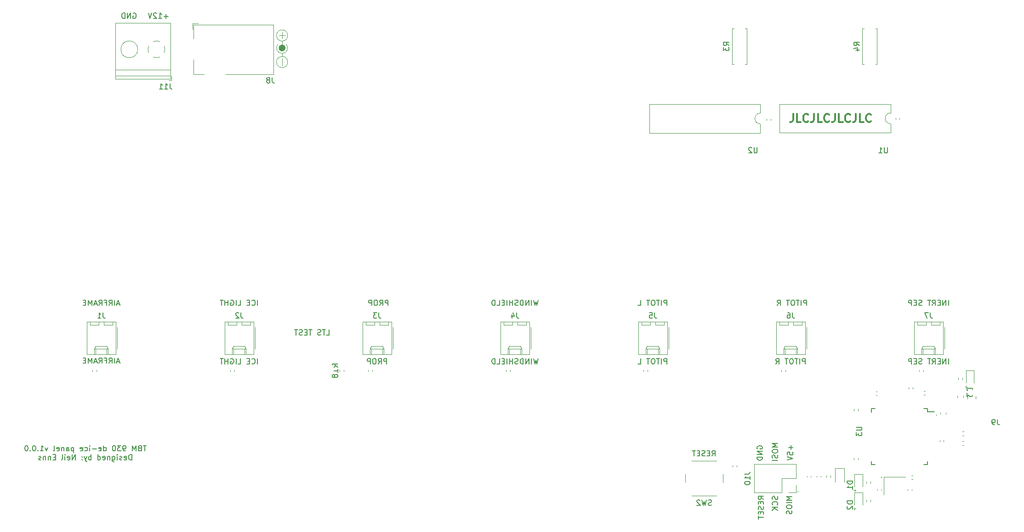
<source format=gbo>
G04 #@! TF.GenerationSoftware,KiCad,Pcbnew,(5.1.10)-1*
G04 #@! TF.CreationDate,2021-09-06T17:19:25-07:00*
G04 #@! TF.ProjectId,TBM930 - De-ice panel,54424d39-3330-4202-9d20-44652d696365,rev?*
G04 #@! TF.SameCoordinates,Original*
G04 #@! TF.FileFunction,Legend,Bot*
G04 #@! TF.FilePolarity,Positive*
%FSLAX46Y46*%
G04 Gerber Fmt 4.6, Leading zero omitted, Abs format (unit mm)*
G04 Created by KiCad (PCBNEW (5.1.10)-1) date 2021-09-06 17:19:25*
%MOMM*%
%LPD*%
G01*
G04 APERTURE LIST*
%ADD10C,0.150000*%
%ADD11C,0.120000*%
%ADD12C,0.300000*%
%ADD13C,0.700000*%
%ADD14C,1.820000*%
%ADD15R,0.500000X0.500000*%
%ADD16C,2.000000*%
%ADD17R,1.400000X1.200000*%
%ADD18R,1.700000X1.700000*%
%ADD19O,1.700000X1.700000*%
%ADD20C,3.200000*%
%ADD21C,6.000000*%
%ADD22C,2.400000*%
%ADD23R,1.800000X1.800000*%
%ADD24C,1.800000*%
%ADD25O,1.740000X2.190000*%
%ADD26R,1.600000X1.600000*%
%ADD27O,1.600000X1.600000*%
%ADD28R,2.400000X2.400000*%
%ADD29R,1.500000X0.550000*%
%ADD30R,0.550000X1.500000*%
%ADD31R,4.500000X4.500000*%
%ADD32C,1.600000*%
%ADD33R,3.500000X3.500000*%
%ADD34O,1.100000X1.700000*%
%ADD35O,1.400000X3.900000*%
G04 APERTURE END LIST*
D10*
X170922380Y-129697380D02*
X171255714Y-129221190D01*
X171493809Y-129697380D02*
X171493809Y-128697380D01*
X171112857Y-128697380D01*
X171017619Y-128745000D01*
X170970000Y-128792619D01*
X170922380Y-128887857D01*
X170922380Y-129030714D01*
X170970000Y-129125952D01*
X171017619Y-129173571D01*
X171112857Y-129221190D01*
X171493809Y-129221190D01*
X170493809Y-129173571D02*
X170160476Y-129173571D01*
X170017619Y-129697380D02*
X170493809Y-129697380D01*
X170493809Y-128697380D01*
X170017619Y-128697380D01*
X169636666Y-129649761D02*
X169493809Y-129697380D01*
X169255714Y-129697380D01*
X169160476Y-129649761D01*
X169112857Y-129602142D01*
X169065238Y-129506904D01*
X169065238Y-129411666D01*
X169112857Y-129316428D01*
X169160476Y-129268809D01*
X169255714Y-129221190D01*
X169446190Y-129173571D01*
X169541428Y-129125952D01*
X169589047Y-129078333D01*
X169636666Y-128983095D01*
X169636666Y-128887857D01*
X169589047Y-128792619D01*
X169541428Y-128745000D01*
X169446190Y-128697380D01*
X169208095Y-128697380D01*
X169065238Y-128745000D01*
X168636666Y-129173571D02*
X168303333Y-129173571D01*
X168160476Y-129697380D02*
X168636666Y-129697380D01*
X168636666Y-128697380D01*
X168160476Y-128697380D01*
X167874761Y-128697380D02*
X167303333Y-128697380D01*
X167589047Y-129697380D02*
X167589047Y-128697380D01*
X99889047Y-107397380D02*
X100365238Y-107397380D01*
X100365238Y-106397380D01*
X99698571Y-106397380D02*
X99127142Y-106397380D01*
X99412857Y-107397380D02*
X99412857Y-106397380D01*
X98841428Y-107349761D02*
X98698571Y-107397380D01*
X98460476Y-107397380D01*
X98365238Y-107349761D01*
X98317619Y-107302142D01*
X98270000Y-107206904D01*
X98270000Y-107111666D01*
X98317619Y-107016428D01*
X98365238Y-106968809D01*
X98460476Y-106921190D01*
X98650952Y-106873571D01*
X98746190Y-106825952D01*
X98793809Y-106778333D01*
X98841428Y-106683095D01*
X98841428Y-106587857D01*
X98793809Y-106492619D01*
X98746190Y-106445000D01*
X98650952Y-106397380D01*
X98412857Y-106397380D01*
X98270000Y-106445000D01*
X97222380Y-106397380D02*
X96650952Y-106397380D01*
X96936666Y-107397380D02*
X96936666Y-106397380D01*
X96317619Y-106873571D02*
X95984285Y-106873571D01*
X95841428Y-107397380D02*
X96317619Y-107397380D01*
X96317619Y-106397380D01*
X95841428Y-106397380D01*
X95460476Y-107349761D02*
X95317619Y-107397380D01*
X95079523Y-107397380D01*
X94984285Y-107349761D01*
X94936666Y-107302142D01*
X94889047Y-107206904D01*
X94889047Y-107111666D01*
X94936666Y-107016428D01*
X94984285Y-106968809D01*
X95079523Y-106921190D01*
X95270000Y-106873571D01*
X95365238Y-106825952D01*
X95412857Y-106778333D01*
X95460476Y-106683095D01*
X95460476Y-106587857D01*
X95412857Y-106492619D01*
X95365238Y-106445000D01*
X95270000Y-106397380D01*
X95031904Y-106397380D01*
X94889047Y-106445000D01*
X94603333Y-106397380D02*
X94031904Y-106397380D01*
X94317619Y-107397380D02*
X94317619Y-106397380D01*
X66708095Y-127772380D02*
X66136666Y-127772380D01*
X66422380Y-128772380D02*
X66422380Y-127772380D01*
X65470000Y-128248571D02*
X65327142Y-128296190D01*
X65279523Y-128343809D01*
X65231904Y-128439047D01*
X65231904Y-128581904D01*
X65279523Y-128677142D01*
X65327142Y-128724761D01*
X65422380Y-128772380D01*
X65803333Y-128772380D01*
X65803333Y-127772380D01*
X65470000Y-127772380D01*
X65374761Y-127820000D01*
X65327142Y-127867619D01*
X65279523Y-127962857D01*
X65279523Y-128058095D01*
X65327142Y-128153333D01*
X65374761Y-128200952D01*
X65470000Y-128248571D01*
X65803333Y-128248571D01*
X64803333Y-128772380D02*
X64803333Y-127772380D01*
X64470000Y-128486666D01*
X64136666Y-127772380D01*
X64136666Y-128772380D01*
X62850952Y-128772380D02*
X62660476Y-128772380D01*
X62565238Y-128724761D01*
X62517619Y-128677142D01*
X62422380Y-128534285D01*
X62374761Y-128343809D01*
X62374761Y-127962857D01*
X62422380Y-127867619D01*
X62470000Y-127820000D01*
X62565238Y-127772380D01*
X62755714Y-127772380D01*
X62850952Y-127820000D01*
X62898571Y-127867619D01*
X62946190Y-127962857D01*
X62946190Y-128200952D01*
X62898571Y-128296190D01*
X62850952Y-128343809D01*
X62755714Y-128391428D01*
X62565238Y-128391428D01*
X62470000Y-128343809D01*
X62422380Y-128296190D01*
X62374761Y-128200952D01*
X62041428Y-127772380D02*
X61422380Y-127772380D01*
X61755714Y-128153333D01*
X61612857Y-128153333D01*
X61517619Y-128200952D01*
X61470000Y-128248571D01*
X61422380Y-128343809D01*
X61422380Y-128581904D01*
X61470000Y-128677142D01*
X61517619Y-128724761D01*
X61612857Y-128772380D01*
X61898571Y-128772380D01*
X61993809Y-128724761D01*
X62041428Y-128677142D01*
X60803333Y-127772380D02*
X60708095Y-127772380D01*
X60612857Y-127820000D01*
X60565238Y-127867619D01*
X60517619Y-127962857D01*
X60470000Y-128153333D01*
X60470000Y-128391428D01*
X60517619Y-128581904D01*
X60565238Y-128677142D01*
X60612857Y-128724761D01*
X60708095Y-128772380D01*
X60803333Y-128772380D01*
X60898571Y-128724761D01*
X60946190Y-128677142D01*
X60993809Y-128581904D01*
X61041428Y-128391428D01*
X61041428Y-128153333D01*
X60993809Y-127962857D01*
X60946190Y-127867619D01*
X60898571Y-127820000D01*
X60803333Y-127772380D01*
X58850952Y-128772380D02*
X58850952Y-127772380D01*
X58850952Y-128724761D02*
X58946190Y-128772380D01*
X59136666Y-128772380D01*
X59231904Y-128724761D01*
X59279523Y-128677142D01*
X59327142Y-128581904D01*
X59327142Y-128296190D01*
X59279523Y-128200952D01*
X59231904Y-128153333D01*
X59136666Y-128105714D01*
X58946190Y-128105714D01*
X58850952Y-128153333D01*
X57993809Y-128724761D02*
X58089047Y-128772380D01*
X58279523Y-128772380D01*
X58374761Y-128724761D01*
X58422380Y-128629523D01*
X58422380Y-128248571D01*
X58374761Y-128153333D01*
X58279523Y-128105714D01*
X58089047Y-128105714D01*
X57993809Y-128153333D01*
X57946190Y-128248571D01*
X57946190Y-128343809D01*
X58422380Y-128439047D01*
X57517619Y-128391428D02*
X56755714Y-128391428D01*
X56279523Y-128772380D02*
X56279523Y-128105714D01*
X56279523Y-127772380D02*
X56327142Y-127820000D01*
X56279523Y-127867619D01*
X56231904Y-127820000D01*
X56279523Y-127772380D01*
X56279523Y-127867619D01*
X55374761Y-128724761D02*
X55470000Y-128772380D01*
X55660476Y-128772380D01*
X55755714Y-128724761D01*
X55803333Y-128677142D01*
X55850952Y-128581904D01*
X55850952Y-128296190D01*
X55803333Y-128200952D01*
X55755714Y-128153333D01*
X55660476Y-128105714D01*
X55470000Y-128105714D01*
X55374761Y-128153333D01*
X54565238Y-128724761D02*
X54660476Y-128772380D01*
X54850952Y-128772380D01*
X54946190Y-128724761D01*
X54993809Y-128629523D01*
X54993809Y-128248571D01*
X54946190Y-128153333D01*
X54850952Y-128105714D01*
X54660476Y-128105714D01*
X54565238Y-128153333D01*
X54517619Y-128248571D01*
X54517619Y-128343809D01*
X54993809Y-128439047D01*
X53327142Y-128105714D02*
X53327142Y-129105714D01*
X53327142Y-128153333D02*
X53231904Y-128105714D01*
X53041428Y-128105714D01*
X52946190Y-128153333D01*
X52898571Y-128200952D01*
X52850952Y-128296190D01*
X52850952Y-128581904D01*
X52898571Y-128677142D01*
X52946190Y-128724761D01*
X53041428Y-128772380D01*
X53231904Y-128772380D01*
X53327142Y-128724761D01*
X51993809Y-128772380D02*
X51993809Y-128248571D01*
X52041428Y-128153333D01*
X52136666Y-128105714D01*
X52327142Y-128105714D01*
X52422380Y-128153333D01*
X51993809Y-128724761D02*
X52089047Y-128772380D01*
X52327142Y-128772380D01*
X52422380Y-128724761D01*
X52470000Y-128629523D01*
X52470000Y-128534285D01*
X52422380Y-128439047D01*
X52327142Y-128391428D01*
X52089047Y-128391428D01*
X51993809Y-128343809D01*
X51517619Y-128105714D02*
X51517619Y-128772380D01*
X51517619Y-128200952D02*
X51470000Y-128153333D01*
X51374761Y-128105714D01*
X51231904Y-128105714D01*
X51136666Y-128153333D01*
X51089047Y-128248571D01*
X51089047Y-128772380D01*
X50231904Y-128724761D02*
X50327142Y-128772380D01*
X50517619Y-128772380D01*
X50612857Y-128724761D01*
X50660476Y-128629523D01*
X50660476Y-128248571D01*
X50612857Y-128153333D01*
X50517619Y-128105714D01*
X50327142Y-128105714D01*
X50231904Y-128153333D01*
X50184285Y-128248571D01*
X50184285Y-128343809D01*
X50660476Y-128439047D01*
X49612857Y-128772380D02*
X49708095Y-128724761D01*
X49755714Y-128629523D01*
X49755714Y-127772380D01*
X48565238Y-128105714D02*
X48327142Y-128772380D01*
X48089047Y-128105714D01*
X47184285Y-128772380D02*
X47755714Y-128772380D01*
X47470000Y-128772380D02*
X47470000Y-127772380D01*
X47565238Y-127915238D01*
X47660476Y-128010476D01*
X47755714Y-128058095D01*
X46755714Y-128677142D02*
X46708095Y-128724761D01*
X46755714Y-128772380D01*
X46803333Y-128724761D01*
X46755714Y-128677142D01*
X46755714Y-128772380D01*
X46089047Y-127772380D02*
X45993809Y-127772380D01*
X45898571Y-127820000D01*
X45850952Y-127867619D01*
X45803333Y-127962857D01*
X45755714Y-128153333D01*
X45755714Y-128391428D01*
X45803333Y-128581904D01*
X45850952Y-128677142D01*
X45898571Y-128724761D01*
X45993809Y-128772380D01*
X46089047Y-128772380D01*
X46184285Y-128724761D01*
X46231904Y-128677142D01*
X46279523Y-128581904D01*
X46327142Y-128391428D01*
X46327142Y-128153333D01*
X46279523Y-127962857D01*
X46231904Y-127867619D01*
X46184285Y-127820000D01*
X46089047Y-127772380D01*
X45327142Y-128677142D02*
X45279523Y-128724761D01*
X45327142Y-128772380D01*
X45374761Y-128724761D01*
X45327142Y-128677142D01*
X45327142Y-128772380D01*
X44660476Y-127772380D02*
X44565238Y-127772380D01*
X44470000Y-127820000D01*
X44422380Y-127867619D01*
X44374761Y-127962857D01*
X44327142Y-128153333D01*
X44327142Y-128391428D01*
X44374761Y-128581904D01*
X44422380Y-128677142D01*
X44470000Y-128724761D01*
X44565238Y-128772380D01*
X44660476Y-128772380D01*
X44755714Y-128724761D01*
X44803333Y-128677142D01*
X44850952Y-128581904D01*
X44898571Y-128391428D01*
X44898571Y-128153333D01*
X44850952Y-127962857D01*
X44803333Y-127867619D01*
X44755714Y-127820000D01*
X44660476Y-127772380D01*
X64017619Y-130422380D02*
X64017619Y-129422380D01*
X63779523Y-129422380D01*
X63636666Y-129470000D01*
X63541428Y-129565238D01*
X63493809Y-129660476D01*
X63446190Y-129850952D01*
X63446190Y-129993809D01*
X63493809Y-130184285D01*
X63541428Y-130279523D01*
X63636666Y-130374761D01*
X63779523Y-130422380D01*
X64017619Y-130422380D01*
X62636666Y-130374761D02*
X62731904Y-130422380D01*
X62922380Y-130422380D01*
X63017619Y-130374761D01*
X63065238Y-130279523D01*
X63065238Y-129898571D01*
X63017619Y-129803333D01*
X62922380Y-129755714D01*
X62731904Y-129755714D01*
X62636666Y-129803333D01*
X62589047Y-129898571D01*
X62589047Y-129993809D01*
X63065238Y-130089047D01*
X62208095Y-130374761D02*
X62112857Y-130422380D01*
X61922380Y-130422380D01*
X61827142Y-130374761D01*
X61779523Y-130279523D01*
X61779523Y-130231904D01*
X61827142Y-130136666D01*
X61922380Y-130089047D01*
X62065238Y-130089047D01*
X62160476Y-130041428D01*
X62208095Y-129946190D01*
X62208095Y-129898571D01*
X62160476Y-129803333D01*
X62065238Y-129755714D01*
X61922380Y-129755714D01*
X61827142Y-129803333D01*
X61350952Y-130422380D02*
X61350952Y-129755714D01*
X61350952Y-129422380D02*
X61398571Y-129470000D01*
X61350952Y-129517619D01*
X61303333Y-129470000D01*
X61350952Y-129422380D01*
X61350952Y-129517619D01*
X60446190Y-129755714D02*
X60446190Y-130565238D01*
X60493809Y-130660476D01*
X60541428Y-130708095D01*
X60636666Y-130755714D01*
X60779523Y-130755714D01*
X60874761Y-130708095D01*
X60446190Y-130374761D02*
X60541428Y-130422380D01*
X60731904Y-130422380D01*
X60827142Y-130374761D01*
X60874761Y-130327142D01*
X60922380Y-130231904D01*
X60922380Y-129946190D01*
X60874761Y-129850952D01*
X60827142Y-129803333D01*
X60731904Y-129755714D01*
X60541428Y-129755714D01*
X60446190Y-129803333D01*
X59970000Y-129755714D02*
X59970000Y-130422380D01*
X59970000Y-129850952D02*
X59922380Y-129803333D01*
X59827142Y-129755714D01*
X59684285Y-129755714D01*
X59589047Y-129803333D01*
X59541428Y-129898571D01*
X59541428Y-130422380D01*
X58684285Y-130374761D02*
X58779523Y-130422380D01*
X58970000Y-130422380D01*
X59065238Y-130374761D01*
X59112857Y-130279523D01*
X59112857Y-129898571D01*
X59065238Y-129803333D01*
X58970000Y-129755714D01*
X58779523Y-129755714D01*
X58684285Y-129803333D01*
X58636666Y-129898571D01*
X58636666Y-129993809D01*
X59112857Y-130089047D01*
X57779523Y-130422380D02*
X57779523Y-129422380D01*
X57779523Y-130374761D02*
X57874761Y-130422380D01*
X58065238Y-130422380D01*
X58160476Y-130374761D01*
X58208095Y-130327142D01*
X58255714Y-130231904D01*
X58255714Y-129946190D01*
X58208095Y-129850952D01*
X58160476Y-129803333D01*
X58065238Y-129755714D01*
X57874761Y-129755714D01*
X57779523Y-129803333D01*
X56541428Y-130422380D02*
X56541428Y-129422380D01*
X56541428Y-129803333D02*
X56446190Y-129755714D01*
X56255714Y-129755714D01*
X56160476Y-129803333D01*
X56112857Y-129850952D01*
X56065238Y-129946190D01*
X56065238Y-130231904D01*
X56112857Y-130327142D01*
X56160476Y-130374761D01*
X56255714Y-130422380D01*
X56446190Y-130422380D01*
X56541428Y-130374761D01*
X55731904Y-129755714D02*
X55493809Y-130422380D01*
X55255714Y-129755714D02*
X55493809Y-130422380D01*
X55589047Y-130660476D01*
X55636666Y-130708095D01*
X55731904Y-130755714D01*
X54874761Y-130327142D02*
X54827142Y-130374761D01*
X54874761Y-130422380D01*
X54922380Y-130374761D01*
X54874761Y-130327142D01*
X54874761Y-130422380D01*
X54874761Y-129803333D02*
X54827142Y-129850952D01*
X54874761Y-129898571D01*
X54922380Y-129850952D01*
X54874761Y-129803333D01*
X54874761Y-129898571D01*
X53636666Y-130422380D02*
X53636666Y-129422380D01*
X53065238Y-130422380D01*
X53065238Y-129422380D01*
X52208095Y-130374761D02*
X52303333Y-130422380D01*
X52493809Y-130422380D01*
X52589047Y-130374761D01*
X52636666Y-130279523D01*
X52636666Y-129898571D01*
X52589047Y-129803333D01*
X52493809Y-129755714D01*
X52303333Y-129755714D01*
X52208095Y-129803333D01*
X52160476Y-129898571D01*
X52160476Y-129993809D01*
X52636666Y-130089047D01*
X51731904Y-130422380D02*
X51731904Y-129755714D01*
X51731904Y-129422380D02*
X51779523Y-129470000D01*
X51731904Y-129517619D01*
X51684285Y-129470000D01*
X51731904Y-129422380D01*
X51731904Y-129517619D01*
X51112857Y-130422380D02*
X51208095Y-130374761D01*
X51255714Y-130279523D01*
X51255714Y-129422380D01*
X49970000Y-129898571D02*
X49636666Y-129898571D01*
X49493809Y-130422380D02*
X49970000Y-130422380D01*
X49970000Y-129422380D01*
X49493809Y-129422380D01*
X49065238Y-129755714D02*
X49065238Y-130422380D01*
X49065238Y-129850952D02*
X49017619Y-129803333D01*
X48922380Y-129755714D01*
X48779523Y-129755714D01*
X48684285Y-129803333D01*
X48636666Y-129898571D01*
X48636666Y-130422380D01*
X48160476Y-129755714D02*
X48160476Y-130422380D01*
X48160476Y-129850952D02*
X48112857Y-129803333D01*
X48017619Y-129755714D01*
X47874761Y-129755714D01*
X47779523Y-129803333D01*
X47731904Y-129898571D01*
X47731904Y-130422380D01*
X47303333Y-130374761D02*
X47208095Y-130422380D01*
X47017619Y-130422380D01*
X46922380Y-130374761D01*
X46874761Y-130279523D01*
X46874761Y-130231904D01*
X46922380Y-130136666D01*
X47017619Y-130089047D01*
X47160476Y-130089047D01*
X47255714Y-130041428D01*
X47303333Y-129946190D01*
X47303333Y-129898571D01*
X47255714Y-129803333D01*
X47160476Y-129755714D01*
X47017619Y-129755714D01*
X46922380Y-129803333D01*
D11*
X212340711Y-122145000D02*
G75*
G03*
X212340711Y-122145000I-70711J0D01*
G01*
X202240711Y-133645000D02*
G75*
G03*
X202240711Y-133645000I-70711J0D01*
G01*
X186840711Y-136295000D02*
G75*
G03*
X186840711Y-136295000I-70711J0D01*
G01*
D10*
X185441428Y-127759285D02*
X185441428Y-128521190D01*
X185822380Y-128140238D02*
X185060476Y-128140238D01*
X184822380Y-129473571D02*
X184822380Y-128997380D01*
X185298571Y-128949761D01*
X185250952Y-128997380D01*
X185203333Y-129092619D01*
X185203333Y-129330714D01*
X185250952Y-129425952D01*
X185298571Y-129473571D01*
X185393809Y-129521190D01*
X185631904Y-129521190D01*
X185727142Y-129473571D01*
X185774761Y-129425952D01*
X185822380Y-129330714D01*
X185822380Y-129092619D01*
X185774761Y-128997380D01*
X185727142Y-128949761D01*
X184822380Y-129806904D02*
X185822380Y-130140238D01*
X184822380Y-130473571D01*
X180422380Y-137692619D02*
X179946190Y-137359285D01*
X180422380Y-137121190D02*
X179422380Y-137121190D01*
X179422380Y-137502142D01*
X179470000Y-137597380D01*
X179517619Y-137645000D01*
X179612857Y-137692619D01*
X179755714Y-137692619D01*
X179850952Y-137645000D01*
X179898571Y-137597380D01*
X179946190Y-137502142D01*
X179946190Y-137121190D01*
X179898571Y-138121190D02*
X179898571Y-138454523D01*
X180422380Y-138597380D02*
X180422380Y-138121190D01*
X179422380Y-138121190D01*
X179422380Y-138597380D01*
X180374761Y-138978333D02*
X180422380Y-139121190D01*
X180422380Y-139359285D01*
X180374761Y-139454523D01*
X180327142Y-139502142D01*
X180231904Y-139549761D01*
X180136666Y-139549761D01*
X180041428Y-139502142D01*
X179993809Y-139454523D01*
X179946190Y-139359285D01*
X179898571Y-139168809D01*
X179850952Y-139073571D01*
X179803333Y-139025952D01*
X179708095Y-138978333D01*
X179612857Y-138978333D01*
X179517619Y-139025952D01*
X179470000Y-139073571D01*
X179422380Y-139168809D01*
X179422380Y-139406904D01*
X179470000Y-139549761D01*
X179898571Y-139978333D02*
X179898571Y-140311666D01*
X180422380Y-140454523D02*
X180422380Y-139978333D01*
X179422380Y-139978333D01*
X179422380Y-140454523D01*
X179422380Y-140740238D02*
X179422380Y-141311666D01*
X180422380Y-141025952D02*
X179422380Y-141025952D01*
X182974761Y-137159285D02*
X183022380Y-137302142D01*
X183022380Y-137540238D01*
X182974761Y-137635476D01*
X182927142Y-137683095D01*
X182831904Y-137730714D01*
X182736666Y-137730714D01*
X182641428Y-137683095D01*
X182593809Y-137635476D01*
X182546190Y-137540238D01*
X182498571Y-137349761D01*
X182450952Y-137254523D01*
X182403333Y-137206904D01*
X182308095Y-137159285D01*
X182212857Y-137159285D01*
X182117619Y-137206904D01*
X182070000Y-137254523D01*
X182022380Y-137349761D01*
X182022380Y-137587857D01*
X182070000Y-137730714D01*
X182927142Y-138730714D02*
X182974761Y-138683095D01*
X183022380Y-138540238D01*
X183022380Y-138445000D01*
X182974761Y-138302142D01*
X182879523Y-138206904D01*
X182784285Y-138159285D01*
X182593809Y-138111666D01*
X182450952Y-138111666D01*
X182260476Y-138159285D01*
X182165238Y-138206904D01*
X182070000Y-138302142D01*
X182022380Y-138445000D01*
X182022380Y-138540238D01*
X182070000Y-138683095D01*
X182117619Y-138730714D01*
X183022380Y-139159285D02*
X182022380Y-139159285D01*
X183022380Y-139730714D02*
X182450952Y-139302142D01*
X182022380Y-139730714D02*
X182593809Y-139159285D01*
X185622380Y-137173571D02*
X184622380Y-137173571D01*
X185336666Y-137506904D01*
X184622380Y-137840238D01*
X185622380Y-137840238D01*
X185622380Y-138316428D02*
X184622380Y-138316428D01*
X184622380Y-138983095D02*
X184622380Y-139173571D01*
X184670000Y-139268809D01*
X184765238Y-139364047D01*
X184955714Y-139411666D01*
X185289047Y-139411666D01*
X185479523Y-139364047D01*
X185574761Y-139268809D01*
X185622380Y-139173571D01*
X185622380Y-138983095D01*
X185574761Y-138887857D01*
X185479523Y-138792619D01*
X185289047Y-138745000D01*
X184955714Y-138745000D01*
X184765238Y-138792619D01*
X184670000Y-138887857D01*
X184622380Y-138983095D01*
X185574761Y-139792619D02*
X185622380Y-139935476D01*
X185622380Y-140173571D01*
X185574761Y-140268809D01*
X185527142Y-140316428D01*
X185431904Y-140364047D01*
X185336666Y-140364047D01*
X185241428Y-140316428D01*
X185193809Y-140268809D01*
X185146190Y-140173571D01*
X185098571Y-139983095D01*
X185050952Y-139887857D01*
X185003333Y-139840238D01*
X184908095Y-139792619D01*
X184812857Y-139792619D01*
X184717619Y-139840238D01*
X184670000Y-139887857D01*
X184622380Y-139983095D01*
X184622380Y-140221190D01*
X184670000Y-140364047D01*
X179270000Y-128383095D02*
X179222380Y-128287857D01*
X179222380Y-128145000D01*
X179270000Y-128002142D01*
X179365238Y-127906904D01*
X179460476Y-127859285D01*
X179650952Y-127811666D01*
X179793809Y-127811666D01*
X179984285Y-127859285D01*
X180079523Y-127906904D01*
X180174761Y-128002142D01*
X180222380Y-128145000D01*
X180222380Y-128240238D01*
X180174761Y-128383095D01*
X180127142Y-128430714D01*
X179793809Y-128430714D01*
X179793809Y-128240238D01*
X180222380Y-128859285D02*
X179222380Y-128859285D01*
X180222380Y-129430714D01*
X179222380Y-129430714D01*
X180222380Y-129906904D02*
X179222380Y-129906904D01*
X179222380Y-130145000D01*
X179270000Y-130287857D01*
X179365238Y-130383095D01*
X179460476Y-130430714D01*
X179650952Y-130478333D01*
X179793809Y-130478333D01*
X179984285Y-130430714D01*
X180079523Y-130383095D01*
X180174761Y-130287857D01*
X180222380Y-130145000D01*
X180222380Y-129906904D01*
X183022380Y-127373571D02*
X182022380Y-127373571D01*
X182736666Y-127706904D01*
X182022380Y-128040238D01*
X183022380Y-128040238D01*
X182022380Y-128706904D02*
X182022380Y-128897380D01*
X182070000Y-128992619D01*
X182165238Y-129087857D01*
X182355714Y-129135476D01*
X182689047Y-129135476D01*
X182879523Y-129087857D01*
X182974761Y-128992619D01*
X183022380Y-128897380D01*
X183022380Y-128706904D01*
X182974761Y-128611666D01*
X182879523Y-128516428D01*
X182689047Y-128468809D01*
X182355714Y-128468809D01*
X182165238Y-128516428D01*
X182070000Y-128611666D01*
X182022380Y-128706904D01*
X182974761Y-129516428D02*
X183022380Y-129659285D01*
X183022380Y-129897380D01*
X182974761Y-129992619D01*
X182927142Y-130040238D01*
X182831904Y-130087857D01*
X182736666Y-130087857D01*
X182641428Y-130040238D01*
X182593809Y-129992619D01*
X182546190Y-129897380D01*
X182498571Y-129706904D01*
X182450952Y-129611666D01*
X182403333Y-129564047D01*
X182308095Y-129516428D01*
X182212857Y-129516428D01*
X182117619Y-129564047D01*
X182070000Y-129611666D01*
X182022380Y-129706904D01*
X182022380Y-129945000D01*
X182070000Y-130087857D01*
X183022380Y-130516428D02*
X182022380Y-130516428D01*
X64281904Y-48045000D02*
X64377142Y-47997380D01*
X64520000Y-47997380D01*
X64662857Y-48045000D01*
X64758095Y-48140238D01*
X64805714Y-48235476D01*
X64853333Y-48425952D01*
X64853333Y-48568809D01*
X64805714Y-48759285D01*
X64758095Y-48854523D01*
X64662857Y-48949761D01*
X64520000Y-48997380D01*
X64424761Y-48997380D01*
X64281904Y-48949761D01*
X64234285Y-48902142D01*
X64234285Y-48568809D01*
X64424761Y-48568809D01*
X63805714Y-48997380D02*
X63805714Y-47997380D01*
X63234285Y-48997380D01*
X63234285Y-47997380D01*
X62758095Y-48997380D02*
X62758095Y-47997380D01*
X62520000Y-47997380D01*
X62377142Y-48045000D01*
X62281904Y-48140238D01*
X62234285Y-48235476D01*
X62186666Y-48425952D01*
X62186666Y-48568809D01*
X62234285Y-48759285D01*
X62281904Y-48854523D01*
X62377142Y-48949761D01*
X62520000Y-48997380D01*
X62758095Y-48997380D01*
D12*
X185858428Y-66612571D02*
X185858428Y-67684000D01*
X185787000Y-67898285D01*
X185644142Y-68041142D01*
X185429857Y-68112571D01*
X185287000Y-68112571D01*
X187287000Y-68112571D02*
X186572714Y-68112571D01*
X186572714Y-66612571D01*
X188644142Y-67969714D02*
X188572714Y-68041142D01*
X188358428Y-68112571D01*
X188215571Y-68112571D01*
X188001285Y-68041142D01*
X187858428Y-67898285D01*
X187787000Y-67755428D01*
X187715571Y-67469714D01*
X187715571Y-67255428D01*
X187787000Y-66969714D01*
X187858428Y-66826857D01*
X188001285Y-66684000D01*
X188215571Y-66612571D01*
X188358428Y-66612571D01*
X188572714Y-66684000D01*
X188644142Y-66755428D01*
X189715571Y-66612571D02*
X189715571Y-67684000D01*
X189644142Y-67898285D01*
X189501285Y-68041142D01*
X189287000Y-68112571D01*
X189144142Y-68112571D01*
X191144142Y-68112571D02*
X190429857Y-68112571D01*
X190429857Y-66612571D01*
X192501285Y-67969714D02*
X192429857Y-68041142D01*
X192215571Y-68112571D01*
X192072714Y-68112571D01*
X191858428Y-68041142D01*
X191715571Y-67898285D01*
X191644142Y-67755428D01*
X191572714Y-67469714D01*
X191572714Y-67255428D01*
X191644142Y-66969714D01*
X191715571Y-66826857D01*
X191858428Y-66684000D01*
X192072714Y-66612571D01*
X192215571Y-66612571D01*
X192429857Y-66684000D01*
X192501285Y-66755428D01*
X193572714Y-66612571D02*
X193572714Y-67684000D01*
X193501285Y-67898285D01*
X193358428Y-68041142D01*
X193144142Y-68112571D01*
X193001285Y-68112571D01*
X195001285Y-68112571D02*
X194287000Y-68112571D01*
X194287000Y-66612571D01*
X196358428Y-67969714D02*
X196287000Y-68041142D01*
X196072714Y-68112571D01*
X195929857Y-68112571D01*
X195715571Y-68041142D01*
X195572714Y-67898285D01*
X195501285Y-67755428D01*
X195429857Y-67469714D01*
X195429857Y-67255428D01*
X195501285Y-66969714D01*
X195572714Y-66826857D01*
X195715571Y-66684000D01*
X195929857Y-66612571D01*
X196072714Y-66612571D01*
X196287000Y-66684000D01*
X196358428Y-66755428D01*
X197429857Y-66612571D02*
X197429857Y-67684000D01*
X197358428Y-67898285D01*
X197215571Y-68041142D01*
X197001285Y-68112571D01*
X196858428Y-68112571D01*
X198858428Y-68112571D02*
X198144142Y-68112571D01*
X198144142Y-66612571D01*
X200215571Y-67969714D02*
X200144142Y-68041142D01*
X199929857Y-68112571D01*
X199787000Y-68112571D01*
X199572714Y-68041142D01*
X199429857Y-67898285D01*
X199358428Y-67755428D01*
X199287000Y-67469714D01*
X199287000Y-67255428D01*
X199358428Y-66969714D01*
X199429857Y-66826857D01*
X199572714Y-66684000D01*
X199787000Y-66612571D01*
X199929857Y-66612571D01*
X200144142Y-66684000D01*
X200215571Y-66755428D01*
D10*
X214486666Y-101925380D02*
X214486666Y-100925380D01*
X214010476Y-101925380D02*
X214010476Y-100925380D01*
X213439047Y-101925380D01*
X213439047Y-100925380D01*
X212962857Y-101401571D02*
X212629523Y-101401571D01*
X212486666Y-101925380D02*
X212962857Y-101925380D01*
X212962857Y-100925380D01*
X212486666Y-100925380D01*
X211486666Y-101925380D02*
X211820000Y-101449190D01*
X212058095Y-101925380D02*
X212058095Y-100925380D01*
X211677142Y-100925380D01*
X211581904Y-100973000D01*
X211534285Y-101020619D01*
X211486666Y-101115857D01*
X211486666Y-101258714D01*
X211534285Y-101353952D01*
X211581904Y-101401571D01*
X211677142Y-101449190D01*
X212058095Y-101449190D01*
X211200952Y-100925380D02*
X210629523Y-100925380D01*
X210915238Y-101925380D02*
X210915238Y-100925380D01*
X209581904Y-101877761D02*
X209439047Y-101925380D01*
X209200952Y-101925380D01*
X209105714Y-101877761D01*
X209058095Y-101830142D01*
X209010476Y-101734904D01*
X209010476Y-101639666D01*
X209058095Y-101544428D01*
X209105714Y-101496809D01*
X209200952Y-101449190D01*
X209391428Y-101401571D01*
X209486666Y-101353952D01*
X209534285Y-101306333D01*
X209581904Y-101211095D01*
X209581904Y-101115857D01*
X209534285Y-101020619D01*
X209486666Y-100973000D01*
X209391428Y-100925380D01*
X209153333Y-100925380D01*
X209010476Y-100973000D01*
X208581904Y-101401571D02*
X208248571Y-101401571D01*
X208105714Y-101925380D02*
X208581904Y-101925380D01*
X208581904Y-100925380D01*
X208105714Y-100925380D01*
X207677142Y-101925380D02*
X207677142Y-100925380D01*
X207296190Y-100925380D01*
X207200952Y-100973000D01*
X207153333Y-101020619D01*
X207105714Y-101115857D01*
X207105714Y-101258714D01*
X207153333Y-101353952D01*
X207200952Y-101401571D01*
X207296190Y-101449190D01*
X207677142Y-101449190D01*
X188340666Y-101925380D02*
X188340666Y-100925380D01*
X187959714Y-100925380D01*
X187864476Y-100973000D01*
X187816857Y-101020619D01*
X187769238Y-101115857D01*
X187769238Y-101258714D01*
X187816857Y-101353952D01*
X187864476Y-101401571D01*
X187959714Y-101449190D01*
X188340666Y-101449190D01*
X187340666Y-101925380D02*
X187340666Y-100925380D01*
X187007333Y-100925380D02*
X186435904Y-100925380D01*
X186721619Y-101925380D02*
X186721619Y-100925380D01*
X185912095Y-100925380D02*
X185721619Y-100925380D01*
X185626380Y-100973000D01*
X185531142Y-101068238D01*
X185483523Y-101258714D01*
X185483523Y-101592047D01*
X185531142Y-101782523D01*
X185626380Y-101877761D01*
X185721619Y-101925380D01*
X185912095Y-101925380D01*
X186007333Y-101877761D01*
X186102571Y-101782523D01*
X186150190Y-101592047D01*
X186150190Y-101258714D01*
X186102571Y-101068238D01*
X186007333Y-100973000D01*
X185912095Y-100925380D01*
X185197809Y-100925380D02*
X184626380Y-100925380D01*
X184912095Y-101925380D02*
X184912095Y-100925380D01*
X182959714Y-101925380D02*
X183293047Y-101449190D01*
X183531142Y-101925380D02*
X183531142Y-100925380D01*
X183150190Y-100925380D01*
X183054952Y-100973000D01*
X183007333Y-101020619D01*
X182959714Y-101115857D01*
X182959714Y-101258714D01*
X183007333Y-101353952D01*
X183054952Y-101401571D01*
X183150190Y-101449190D01*
X183531142Y-101449190D01*
X162591428Y-101925380D02*
X162591428Y-100925380D01*
X162210476Y-100925380D01*
X162115238Y-100973000D01*
X162067619Y-101020619D01*
X162020000Y-101115857D01*
X162020000Y-101258714D01*
X162067619Y-101353952D01*
X162115238Y-101401571D01*
X162210476Y-101449190D01*
X162591428Y-101449190D01*
X161591428Y-101925380D02*
X161591428Y-100925380D01*
X161258095Y-100925380D02*
X160686666Y-100925380D01*
X160972380Y-101925380D02*
X160972380Y-100925380D01*
X160162857Y-100925380D02*
X159972380Y-100925380D01*
X159877142Y-100973000D01*
X159781904Y-101068238D01*
X159734285Y-101258714D01*
X159734285Y-101592047D01*
X159781904Y-101782523D01*
X159877142Y-101877761D01*
X159972380Y-101925380D01*
X160162857Y-101925380D01*
X160258095Y-101877761D01*
X160353333Y-101782523D01*
X160400952Y-101592047D01*
X160400952Y-101258714D01*
X160353333Y-101068238D01*
X160258095Y-100973000D01*
X160162857Y-100925380D01*
X159448571Y-100925380D02*
X158877142Y-100925380D01*
X159162857Y-101925380D02*
X159162857Y-100925380D01*
X157305714Y-101925380D02*
X157781904Y-101925380D01*
X157781904Y-100925380D01*
X138905714Y-100925380D02*
X138667619Y-101925380D01*
X138477142Y-101211095D01*
X138286666Y-101925380D01*
X138048571Y-100925380D01*
X137667619Y-101925380D02*
X137667619Y-100925380D01*
X137191428Y-101925380D02*
X137191428Y-100925380D01*
X136620000Y-101925380D01*
X136620000Y-100925380D01*
X136143809Y-101925380D02*
X136143809Y-100925380D01*
X135905714Y-100925380D01*
X135762857Y-100973000D01*
X135667619Y-101068238D01*
X135620000Y-101163476D01*
X135572380Y-101353952D01*
X135572380Y-101496809D01*
X135620000Y-101687285D01*
X135667619Y-101782523D01*
X135762857Y-101877761D01*
X135905714Y-101925380D01*
X136143809Y-101925380D01*
X135191428Y-101877761D02*
X135048571Y-101925380D01*
X134810476Y-101925380D01*
X134715238Y-101877761D01*
X134667619Y-101830142D01*
X134620000Y-101734904D01*
X134620000Y-101639666D01*
X134667619Y-101544428D01*
X134715238Y-101496809D01*
X134810476Y-101449190D01*
X135000952Y-101401571D01*
X135096190Y-101353952D01*
X135143809Y-101306333D01*
X135191428Y-101211095D01*
X135191428Y-101115857D01*
X135143809Y-101020619D01*
X135096190Y-100973000D01*
X135000952Y-100925380D01*
X134762857Y-100925380D01*
X134620000Y-100973000D01*
X134191428Y-101925380D02*
X134191428Y-100925380D01*
X134191428Y-101401571D02*
X133620000Y-101401571D01*
X133620000Y-101925380D02*
X133620000Y-100925380D01*
X133143809Y-101925380D02*
X133143809Y-100925380D01*
X132667619Y-101401571D02*
X132334285Y-101401571D01*
X132191428Y-101925380D02*
X132667619Y-101925380D01*
X132667619Y-100925380D01*
X132191428Y-100925380D01*
X131286666Y-101925380D02*
X131762857Y-101925380D01*
X131762857Y-100925380D01*
X130953333Y-101925380D02*
X130953333Y-100925380D01*
X130715238Y-100925380D01*
X130572380Y-100973000D01*
X130477142Y-101068238D01*
X130429523Y-101163476D01*
X130381904Y-101353952D01*
X130381904Y-101496809D01*
X130429523Y-101687285D01*
X130477142Y-101782523D01*
X130572380Y-101877761D01*
X130715238Y-101925380D01*
X130953333Y-101925380D01*
X111259714Y-101925380D02*
X111259714Y-100925380D01*
X110878761Y-100925380D01*
X110783523Y-100973000D01*
X110735904Y-101020619D01*
X110688285Y-101115857D01*
X110688285Y-101258714D01*
X110735904Y-101353952D01*
X110783523Y-101401571D01*
X110878761Y-101449190D01*
X111259714Y-101449190D01*
X109688285Y-101925380D02*
X110021619Y-101449190D01*
X110259714Y-101925380D02*
X110259714Y-100925380D01*
X109878761Y-100925380D01*
X109783523Y-100973000D01*
X109735904Y-101020619D01*
X109688285Y-101115857D01*
X109688285Y-101258714D01*
X109735904Y-101353952D01*
X109783523Y-101401571D01*
X109878761Y-101449190D01*
X110259714Y-101449190D01*
X109069238Y-100925380D02*
X108878761Y-100925380D01*
X108783523Y-100973000D01*
X108688285Y-101068238D01*
X108640666Y-101258714D01*
X108640666Y-101592047D01*
X108688285Y-101782523D01*
X108783523Y-101877761D01*
X108878761Y-101925380D01*
X109069238Y-101925380D01*
X109164476Y-101877761D01*
X109259714Y-101782523D01*
X109307333Y-101592047D01*
X109307333Y-101258714D01*
X109259714Y-101068238D01*
X109164476Y-100973000D01*
X109069238Y-100925380D01*
X108212095Y-101925380D02*
X108212095Y-100925380D01*
X107831142Y-100925380D01*
X107735904Y-100973000D01*
X107688285Y-101020619D01*
X107640666Y-101115857D01*
X107640666Y-101258714D01*
X107688285Y-101353952D01*
X107735904Y-101401571D01*
X107831142Y-101449190D01*
X108212095Y-101449190D01*
X87200952Y-101925380D02*
X87200952Y-100925380D01*
X86153333Y-101830142D02*
X86200952Y-101877761D01*
X86343809Y-101925380D01*
X86439047Y-101925380D01*
X86581904Y-101877761D01*
X86677142Y-101782523D01*
X86724761Y-101687285D01*
X86772380Y-101496809D01*
X86772380Y-101353952D01*
X86724761Y-101163476D01*
X86677142Y-101068238D01*
X86581904Y-100973000D01*
X86439047Y-100925380D01*
X86343809Y-100925380D01*
X86200952Y-100973000D01*
X86153333Y-101020619D01*
X85724761Y-101401571D02*
X85391428Y-101401571D01*
X85248571Y-101925380D02*
X85724761Y-101925380D01*
X85724761Y-100925380D01*
X85248571Y-100925380D01*
X83581904Y-101925380D02*
X84058095Y-101925380D01*
X84058095Y-100925380D01*
X83248571Y-101925380D02*
X83248571Y-100925380D01*
X82248571Y-100973000D02*
X82343809Y-100925380D01*
X82486666Y-100925380D01*
X82629523Y-100973000D01*
X82724761Y-101068238D01*
X82772380Y-101163476D01*
X82820000Y-101353952D01*
X82820000Y-101496809D01*
X82772380Y-101687285D01*
X82724761Y-101782523D01*
X82629523Y-101877761D01*
X82486666Y-101925380D01*
X82391428Y-101925380D01*
X82248571Y-101877761D01*
X82200952Y-101830142D01*
X82200952Y-101496809D01*
X82391428Y-101496809D01*
X81772380Y-101925380D02*
X81772380Y-100925380D01*
X81772380Y-101401571D02*
X81200952Y-101401571D01*
X81200952Y-101925380D02*
X81200952Y-100925380D01*
X80867619Y-100925380D02*
X80296190Y-100925380D01*
X80581904Y-101925380D02*
X80581904Y-100925380D01*
X61777142Y-101639666D02*
X61300952Y-101639666D01*
X61872380Y-101925380D02*
X61539047Y-100925380D01*
X61205714Y-101925380D01*
X60872380Y-101925380D02*
X60872380Y-100925380D01*
X59824761Y-101925380D02*
X60158095Y-101449190D01*
X60396190Y-101925380D02*
X60396190Y-100925380D01*
X60015238Y-100925380D01*
X59920000Y-100973000D01*
X59872380Y-101020619D01*
X59824761Y-101115857D01*
X59824761Y-101258714D01*
X59872380Y-101353952D01*
X59920000Y-101401571D01*
X60015238Y-101449190D01*
X60396190Y-101449190D01*
X59062857Y-101401571D02*
X59396190Y-101401571D01*
X59396190Y-101925380D02*
X59396190Y-100925380D01*
X58920000Y-100925380D01*
X57967619Y-101925380D02*
X58300952Y-101449190D01*
X58539047Y-101925380D02*
X58539047Y-100925380D01*
X58158095Y-100925380D01*
X58062857Y-100973000D01*
X58015238Y-101020619D01*
X57967619Y-101115857D01*
X57967619Y-101258714D01*
X58015238Y-101353952D01*
X58062857Y-101401571D01*
X58158095Y-101449190D01*
X58539047Y-101449190D01*
X57586666Y-101639666D02*
X57110476Y-101639666D01*
X57681904Y-101925380D02*
X57348571Y-100925380D01*
X57015238Y-101925380D01*
X56681904Y-101925380D02*
X56681904Y-100925380D01*
X56348571Y-101639666D01*
X56015238Y-100925380D01*
X56015238Y-101925380D01*
X55539047Y-101401571D02*
X55205714Y-101401571D01*
X55062857Y-101925380D02*
X55539047Y-101925380D01*
X55539047Y-100925380D01*
X55062857Y-100925380D01*
X70731904Y-48616428D02*
X69970000Y-48616428D01*
X70350952Y-48997380D02*
X70350952Y-48235476D01*
X68970000Y-48997380D02*
X69541428Y-48997380D01*
X69255714Y-48997380D02*
X69255714Y-47997380D01*
X69350952Y-48140238D01*
X69446190Y-48235476D01*
X69541428Y-48283095D01*
X68589047Y-48092619D02*
X68541428Y-48045000D01*
X68446190Y-47997380D01*
X68208095Y-47997380D01*
X68112857Y-48045000D01*
X68065238Y-48092619D01*
X68017619Y-48187857D01*
X68017619Y-48283095D01*
X68065238Y-48425952D01*
X68636666Y-48997380D01*
X68017619Y-48997380D01*
X67731904Y-47997380D02*
X67398571Y-48997380D01*
X67065238Y-47997380D01*
X214486666Y-112720380D02*
X214486666Y-111720380D01*
X214010476Y-112720380D02*
X214010476Y-111720380D01*
X213439047Y-112720380D01*
X213439047Y-111720380D01*
X212962857Y-112196571D02*
X212629523Y-112196571D01*
X212486666Y-112720380D02*
X212962857Y-112720380D01*
X212962857Y-111720380D01*
X212486666Y-111720380D01*
X211486666Y-112720380D02*
X211820000Y-112244190D01*
X212058095Y-112720380D02*
X212058095Y-111720380D01*
X211677142Y-111720380D01*
X211581904Y-111768000D01*
X211534285Y-111815619D01*
X211486666Y-111910857D01*
X211486666Y-112053714D01*
X211534285Y-112148952D01*
X211581904Y-112196571D01*
X211677142Y-112244190D01*
X212058095Y-112244190D01*
X211200952Y-111720380D02*
X210629523Y-111720380D01*
X210915238Y-112720380D02*
X210915238Y-111720380D01*
X209581904Y-112672761D02*
X209439047Y-112720380D01*
X209200952Y-112720380D01*
X209105714Y-112672761D01*
X209058095Y-112625142D01*
X209010476Y-112529904D01*
X209010476Y-112434666D01*
X209058095Y-112339428D01*
X209105714Y-112291809D01*
X209200952Y-112244190D01*
X209391428Y-112196571D01*
X209486666Y-112148952D01*
X209534285Y-112101333D01*
X209581904Y-112006095D01*
X209581904Y-111910857D01*
X209534285Y-111815619D01*
X209486666Y-111768000D01*
X209391428Y-111720380D01*
X209153333Y-111720380D01*
X209010476Y-111768000D01*
X208581904Y-112196571D02*
X208248571Y-112196571D01*
X208105714Y-112720380D02*
X208581904Y-112720380D01*
X208581904Y-111720380D01*
X208105714Y-111720380D01*
X207677142Y-112720380D02*
X207677142Y-111720380D01*
X207296190Y-111720380D01*
X207200952Y-111768000D01*
X207153333Y-111815619D01*
X207105714Y-111910857D01*
X207105714Y-112053714D01*
X207153333Y-112148952D01*
X207200952Y-112196571D01*
X207296190Y-112244190D01*
X207677142Y-112244190D01*
X188086666Y-112720380D02*
X188086666Y-111720380D01*
X187705714Y-111720380D01*
X187610476Y-111768000D01*
X187562857Y-111815619D01*
X187515238Y-111910857D01*
X187515238Y-112053714D01*
X187562857Y-112148952D01*
X187610476Y-112196571D01*
X187705714Y-112244190D01*
X188086666Y-112244190D01*
X187086666Y-112720380D02*
X187086666Y-111720380D01*
X186753333Y-111720380D02*
X186181904Y-111720380D01*
X186467619Y-112720380D02*
X186467619Y-111720380D01*
X185658095Y-111720380D02*
X185467619Y-111720380D01*
X185372380Y-111768000D01*
X185277142Y-111863238D01*
X185229523Y-112053714D01*
X185229523Y-112387047D01*
X185277142Y-112577523D01*
X185372380Y-112672761D01*
X185467619Y-112720380D01*
X185658095Y-112720380D01*
X185753333Y-112672761D01*
X185848571Y-112577523D01*
X185896190Y-112387047D01*
X185896190Y-112053714D01*
X185848571Y-111863238D01*
X185753333Y-111768000D01*
X185658095Y-111720380D01*
X184943809Y-111720380D02*
X184372380Y-111720380D01*
X184658095Y-112720380D02*
X184658095Y-111720380D01*
X182705714Y-112720380D02*
X183039047Y-112244190D01*
X183277142Y-112720380D02*
X183277142Y-111720380D01*
X182896190Y-111720380D01*
X182800952Y-111768000D01*
X182753333Y-111815619D01*
X182705714Y-111910857D01*
X182705714Y-112053714D01*
X182753333Y-112148952D01*
X182800952Y-112196571D01*
X182896190Y-112244190D01*
X183277142Y-112244190D01*
X162591428Y-112720380D02*
X162591428Y-111720380D01*
X162210476Y-111720380D01*
X162115238Y-111768000D01*
X162067619Y-111815619D01*
X162020000Y-111910857D01*
X162020000Y-112053714D01*
X162067619Y-112148952D01*
X162115238Y-112196571D01*
X162210476Y-112244190D01*
X162591428Y-112244190D01*
X161591428Y-112720380D02*
X161591428Y-111720380D01*
X161258095Y-111720380D02*
X160686666Y-111720380D01*
X160972380Y-112720380D02*
X160972380Y-111720380D01*
X160162857Y-111720380D02*
X159972380Y-111720380D01*
X159877142Y-111768000D01*
X159781904Y-111863238D01*
X159734285Y-112053714D01*
X159734285Y-112387047D01*
X159781904Y-112577523D01*
X159877142Y-112672761D01*
X159972380Y-112720380D01*
X160162857Y-112720380D01*
X160258095Y-112672761D01*
X160353333Y-112577523D01*
X160400952Y-112387047D01*
X160400952Y-112053714D01*
X160353333Y-111863238D01*
X160258095Y-111768000D01*
X160162857Y-111720380D01*
X159448571Y-111720380D02*
X158877142Y-111720380D01*
X159162857Y-112720380D02*
X159162857Y-111720380D01*
X157305714Y-112720380D02*
X157781904Y-112720380D01*
X157781904Y-111720380D01*
X138905714Y-111720380D02*
X138667619Y-112720380D01*
X138477142Y-112006095D01*
X138286666Y-112720380D01*
X138048571Y-111720380D01*
X137667619Y-112720380D02*
X137667619Y-111720380D01*
X137191428Y-112720380D02*
X137191428Y-111720380D01*
X136620000Y-112720380D01*
X136620000Y-111720380D01*
X136143809Y-112720380D02*
X136143809Y-111720380D01*
X135905714Y-111720380D01*
X135762857Y-111768000D01*
X135667619Y-111863238D01*
X135620000Y-111958476D01*
X135572380Y-112148952D01*
X135572380Y-112291809D01*
X135620000Y-112482285D01*
X135667619Y-112577523D01*
X135762857Y-112672761D01*
X135905714Y-112720380D01*
X136143809Y-112720380D01*
X135191428Y-112672761D02*
X135048571Y-112720380D01*
X134810476Y-112720380D01*
X134715238Y-112672761D01*
X134667619Y-112625142D01*
X134620000Y-112529904D01*
X134620000Y-112434666D01*
X134667619Y-112339428D01*
X134715238Y-112291809D01*
X134810476Y-112244190D01*
X135000952Y-112196571D01*
X135096190Y-112148952D01*
X135143809Y-112101333D01*
X135191428Y-112006095D01*
X135191428Y-111910857D01*
X135143809Y-111815619D01*
X135096190Y-111768000D01*
X135000952Y-111720380D01*
X134762857Y-111720380D01*
X134620000Y-111768000D01*
X134191428Y-112720380D02*
X134191428Y-111720380D01*
X134191428Y-112196571D02*
X133620000Y-112196571D01*
X133620000Y-112720380D02*
X133620000Y-111720380D01*
X133143809Y-112720380D02*
X133143809Y-111720380D01*
X132667619Y-112196571D02*
X132334285Y-112196571D01*
X132191428Y-112720380D02*
X132667619Y-112720380D01*
X132667619Y-111720380D01*
X132191428Y-111720380D01*
X131286666Y-112720380D02*
X131762857Y-112720380D01*
X131762857Y-111720380D01*
X130953333Y-112720380D02*
X130953333Y-111720380D01*
X130715238Y-111720380D01*
X130572380Y-111768000D01*
X130477142Y-111863238D01*
X130429523Y-111958476D01*
X130381904Y-112148952D01*
X130381904Y-112291809D01*
X130429523Y-112482285D01*
X130477142Y-112577523D01*
X130572380Y-112672761D01*
X130715238Y-112720380D01*
X130953333Y-112720380D01*
X111005714Y-112720380D02*
X111005714Y-111720380D01*
X110624761Y-111720380D01*
X110529523Y-111768000D01*
X110481904Y-111815619D01*
X110434285Y-111910857D01*
X110434285Y-112053714D01*
X110481904Y-112148952D01*
X110529523Y-112196571D01*
X110624761Y-112244190D01*
X111005714Y-112244190D01*
X109434285Y-112720380D02*
X109767619Y-112244190D01*
X110005714Y-112720380D02*
X110005714Y-111720380D01*
X109624761Y-111720380D01*
X109529523Y-111768000D01*
X109481904Y-111815619D01*
X109434285Y-111910857D01*
X109434285Y-112053714D01*
X109481904Y-112148952D01*
X109529523Y-112196571D01*
X109624761Y-112244190D01*
X110005714Y-112244190D01*
X108815238Y-111720380D02*
X108624761Y-111720380D01*
X108529523Y-111768000D01*
X108434285Y-111863238D01*
X108386666Y-112053714D01*
X108386666Y-112387047D01*
X108434285Y-112577523D01*
X108529523Y-112672761D01*
X108624761Y-112720380D01*
X108815238Y-112720380D01*
X108910476Y-112672761D01*
X109005714Y-112577523D01*
X109053333Y-112387047D01*
X109053333Y-112053714D01*
X109005714Y-111863238D01*
X108910476Y-111768000D01*
X108815238Y-111720380D01*
X107958095Y-112720380D02*
X107958095Y-111720380D01*
X107577142Y-111720380D01*
X107481904Y-111768000D01*
X107434285Y-111815619D01*
X107386666Y-111910857D01*
X107386666Y-112053714D01*
X107434285Y-112148952D01*
X107481904Y-112196571D01*
X107577142Y-112244190D01*
X107958095Y-112244190D01*
X87200952Y-112720380D02*
X87200952Y-111720380D01*
X86153333Y-112625142D02*
X86200952Y-112672761D01*
X86343809Y-112720380D01*
X86439047Y-112720380D01*
X86581904Y-112672761D01*
X86677142Y-112577523D01*
X86724761Y-112482285D01*
X86772380Y-112291809D01*
X86772380Y-112148952D01*
X86724761Y-111958476D01*
X86677142Y-111863238D01*
X86581904Y-111768000D01*
X86439047Y-111720380D01*
X86343809Y-111720380D01*
X86200952Y-111768000D01*
X86153333Y-111815619D01*
X85724761Y-112196571D02*
X85391428Y-112196571D01*
X85248571Y-112720380D02*
X85724761Y-112720380D01*
X85724761Y-111720380D01*
X85248571Y-111720380D01*
X83581904Y-112720380D02*
X84058095Y-112720380D01*
X84058095Y-111720380D01*
X83248571Y-112720380D02*
X83248571Y-111720380D01*
X82248571Y-111768000D02*
X82343809Y-111720380D01*
X82486666Y-111720380D01*
X82629523Y-111768000D01*
X82724761Y-111863238D01*
X82772380Y-111958476D01*
X82820000Y-112148952D01*
X82820000Y-112291809D01*
X82772380Y-112482285D01*
X82724761Y-112577523D01*
X82629523Y-112672761D01*
X82486666Y-112720380D01*
X82391428Y-112720380D01*
X82248571Y-112672761D01*
X82200952Y-112625142D01*
X82200952Y-112291809D01*
X82391428Y-112291809D01*
X81772380Y-112720380D02*
X81772380Y-111720380D01*
X81772380Y-112196571D02*
X81200952Y-112196571D01*
X81200952Y-112720380D02*
X81200952Y-111720380D01*
X80867619Y-111720380D02*
X80296190Y-111720380D01*
X80581904Y-112720380D02*
X80581904Y-111720380D01*
X61777142Y-112307666D02*
X61300952Y-112307666D01*
X61872380Y-112593380D02*
X61539047Y-111593380D01*
X61205714Y-112593380D01*
X60872380Y-112593380D02*
X60872380Y-111593380D01*
X59824761Y-112593380D02*
X60158095Y-112117190D01*
X60396190Y-112593380D02*
X60396190Y-111593380D01*
X60015238Y-111593380D01*
X59920000Y-111641000D01*
X59872380Y-111688619D01*
X59824761Y-111783857D01*
X59824761Y-111926714D01*
X59872380Y-112021952D01*
X59920000Y-112069571D01*
X60015238Y-112117190D01*
X60396190Y-112117190D01*
X59062857Y-112069571D02*
X59396190Y-112069571D01*
X59396190Y-112593380D02*
X59396190Y-111593380D01*
X58920000Y-111593380D01*
X57967619Y-112593380D02*
X58300952Y-112117190D01*
X58539047Y-112593380D02*
X58539047Y-111593380D01*
X58158095Y-111593380D01*
X58062857Y-111641000D01*
X58015238Y-111688619D01*
X57967619Y-111783857D01*
X57967619Y-111926714D01*
X58015238Y-112021952D01*
X58062857Y-112069571D01*
X58158095Y-112117190D01*
X58539047Y-112117190D01*
X57586666Y-112307666D02*
X57110476Y-112307666D01*
X57681904Y-112593380D02*
X57348571Y-111593380D01*
X57015238Y-112593380D01*
X56681904Y-112593380D02*
X56681904Y-111593380D01*
X56348571Y-112307666D01*
X56015238Y-111593380D01*
X56015238Y-112593380D01*
X55539047Y-112069571D02*
X55205714Y-112069571D01*
X55062857Y-112593380D02*
X55539047Y-112593380D01*
X55539047Y-111593380D01*
X55062857Y-111593380D01*
D11*
X193620000Y-131977000D02*
X193620000Y-134527000D01*
X195320000Y-131977000D02*
X195320000Y-134527000D01*
X193620000Y-131977000D02*
X195320000Y-131977000D01*
X165970000Y-134572000D02*
X165970000Y-133072000D01*
X167220000Y-130572000D02*
X171720000Y-130572000D01*
X172970000Y-133072000D02*
X172970000Y-134572000D01*
X171720000Y-137072000D02*
X167220000Y-137072000D01*
X202556000Y-136849500D02*
X202556000Y-133549500D01*
X202556000Y-133549500D02*
X206556000Y-133549500D01*
X186400000Y-136425000D02*
X186400000Y-135095000D01*
X185070000Y-136425000D02*
X186400000Y-136425000D01*
X186400000Y-133825000D02*
X186400000Y-131225000D01*
X183800000Y-133825000D02*
X186400000Y-133825000D01*
X183800000Y-136425000D02*
X183800000Y-133825000D01*
X186400000Y-131225000D02*
X178660000Y-131225000D01*
X183800000Y-136425000D02*
X178660000Y-136425000D01*
X178660000Y-136425000D02*
X178660000Y-131225000D01*
X56350000Y-105520000D02*
X56350000Y-104920000D01*
X57950000Y-105520000D02*
X56350000Y-105520000D01*
X57950000Y-104920000D02*
X57950000Y-105520000D01*
X58890000Y-105520000D02*
X58890000Y-104920000D01*
X60490000Y-105520000D02*
X58890000Y-105520000D01*
X60490000Y-104920000D02*
X60490000Y-105520000D01*
X57400000Y-110940000D02*
X57400000Y-109940000D01*
X59440000Y-110940000D02*
X59440000Y-109940000D01*
X57400000Y-109410000D02*
X57150000Y-109940000D01*
X59440000Y-109410000D02*
X57400000Y-109410000D01*
X59690000Y-109940000D02*
X59440000Y-109410000D01*
X57150000Y-109940000D02*
X57150000Y-110940000D01*
X59690000Y-109940000D02*
X57150000Y-109940000D01*
X59690000Y-110940000D02*
X59690000Y-109940000D01*
X61360000Y-105950000D02*
X61360000Y-109950000D01*
X55770000Y-104920000D02*
X61070000Y-104920000D01*
X55770000Y-110940000D02*
X55770000Y-104920000D01*
X61070000Y-110940000D02*
X55770000Y-110940000D01*
X61070000Y-104920000D02*
X61070000Y-110940000D01*
X86470000Y-104920000D02*
X86470000Y-110940000D01*
X86470000Y-110940000D02*
X81170000Y-110940000D01*
X81170000Y-110940000D02*
X81170000Y-104920000D01*
X81170000Y-104920000D02*
X86470000Y-104920000D01*
X86760000Y-105950000D02*
X86760000Y-109950000D01*
X85090000Y-110940000D02*
X85090000Y-109940000D01*
X85090000Y-109940000D02*
X82550000Y-109940000D01*
X82550000Y-109940000D02*
X82550000Y-110940000D01*
X85090000Y-109940000D02*
X84840000Y-109410000D01*
X84840000Y-109410000D02*
X82800000Y-109410000D01*
X82800000Y-109410000D02*
X82550000Y-109940000D01*
X84840000Y-110940000D02*
X84840000Y-109940000D01*
X82800000Y-110940000D02*
X82800000Y-109940000D01*
X85890000Y-104920000D02*
X85890000Y-105520000D01*
X85890000Y-105520000D02*
X84290000Y-105520000D01*
X84290000Y-105520000D02*
X84290000Y-104920000D01*
X83350000Y-104920000D02*
X83350000Y-105520000D01*
X83350000Y-105520000D02*
X81750000Y-105520000D01*
X81750000Y-105520000D02*
X81750000Y-104920000D01*
X107150000Y-105520000D02*
X107150000Y-104920000D01*
X108750000Y-105520000D02*
X107150000Y-105520000D01*
X108750000Y-104920000D02*
X108750000Y-105520000D01*
X109690000Y-105520000D02*
X109690000Y-104920000D01*
X111290000Y-105520000D02*
X109690000Y-105520000D01*
X111290000Y-104920000D02*
X111290000Y-105520000D01*
X108200000Y-110940000D02*
X108200000Y-109940000D01*
X110240000Y-110940000D02*
X110240000Y-109940000D01*
X108200000Y-109410000D02*
X107950000Y-109940000D01*
X110240000Y-109410000D02*
X108200000Y-109410000D01*
X110490000Y-109940000D02*
X110240000Y-109410000D01*
X107950000Y-109940000D02*
X107950000Y-110940000D01*
X110490000Y-109940000D02*
X107950000Y-109940000D01*
X110490000Y-110940000D02*
X110490000Y-109940000D01*
X112160000Y-105950000D02*
X112160000Y-109950000D01*
X106570000Y-104920000D02*
X111870000Y-104920000D01*
X106570000Y-110940000D02*
X106570000Y-104920000D01*
X111870000Y-110940000D02*
X106570000Y-110940000D01*
X111870000Y-104920000D02*
X111870000Y-110940000D01*
X137270000Y-104920000D02*
X137270000Y-110940000D01*
X137270000Y-110940000D02*
X131970000Y-110940000D01*
X131970000Y-110940000D02*
X131970000Y-104920000D01*
X131970000Y-104920000D02*
X137270000Y-104920000D01*
X137560000Y-105950000D02*
X137560000Y-109950000D01*
X135890000Y-110940000D02*
X135890000Y-109940000D01*
X135890000Y-109940000D02*
X133350000Y-109940000D01*
X133350000Y-109940000D02*
X133350000Y-110940000D01*
X135890000Y-109940000D02*
X135640000Y-109410000D01*
X135640000Y-109410000D02*
X133600000Y-109410000D01*
X133600000Y-109410000D02*
X133350000Y-109940000D01*
X135640000Y-110940000D02*
X135640000Y-109940000D01*
X133600000Y-110940000D02*
X133600000Y-109940000D01*
X136690000Y-104920000D02*
X136690000Y-105520000D01*
X136690000Y-105520000D02*
X135090000Y-105520000D01*
X135090000Y-105520000D02*
X135090000Y-104920000D01*
X134150000Y-104920000D02*
X134150000Y-105520000D01*
X134150000Y-105520000D02*
X132550000Y-105520000D01*
X132550000Y-105520000D02*
X132550000Y-104920000D01*
X157950000Y-105520000D02*
X157950000Y-104920000D01*
X159550000Y-105520000D02*
X157950000Y-105520000D01*
X159550000Y-104920000D02*
X159550000Y-105520000D01*
X160490000Y-105520000D02*
X160490000Y-104920000D01*
X162090000Y-105520000D02*
X160490000Y-105520000D01*
X162090000Y-104920000D02*
X162090000Y-105520000D01*
X159000000Y-110940000D02*
X159000000Y-109940000D01*
X161040000Y-110940000D02*
X161040000Y-109940000D01*
X159000000Y-109410000D02*
X158750000Y-109940000D01*
X161040000Y-109410000D02*
X159000000Y-109410000D01*
X161290000Y-109940000D02*
X161040000Y-109410000D01*
X158750000Y-109940000D02*
X158750000Y-110940000D01*
X161290000Y-109940000D02*
X158750000Y-109940000D01*
X161290000Y-110940000D02*
X161290000Y-109940000D01*
X162960000Y-105950000D02*
X162960000Y-109950000D01*
X157370000Y-104920000D02*
X162670000Y-104920000D01*
X157370000Y-110940000D02*
X157370000Y-104920000D01*
X162670000Y-110940000D02*
X157370000Y-110940000D01*
X162670000Y-104920000D02*
X162670000Y-110940000D01*
X188070000Y-104920000D02*
X188070000Y-110940000D01*
X188070000Y-110940000D02*
X182770000Y-110940000D01*
X182770000Y-110940000D02*
X182770000Y-104920000D01*
X182770000Y-104920000D02*
X188070000Y-104920000D01*
X188360000Y-105950000D02*
X188360000Y-109950000D01*
X186690000Y-110940000D02*
X186690000Y-109940000D01*
X186690000Y-109940000D02*
X184150000Y-109940000D01*
X184150000Y-109940000D02*
X184150000Y-110940000D01*
X186690000Y-109940000D02*
X186440000Y-109410000D01*
X186440000Y-109410000D02*
X184400000Y-109410000D01*
X184400000Y-109410000D02*
X184150000Y-109940000D01*
X186440000Y-110940000D02*
X186440000Y-109940000D01*
X184400000Y-110940000D02*
X184400000Y-109940000D01*
X187490000Y-104920000D02*
X187490000Y-105520000D01*
X187490000Y-105520000D02*
X185890000Y-105520000D01*
X185890000Y-105520000D02*
X185890000Y-104920000D01*
X184950000Y-104920000D02*
X184950000Y-105520000D01*
X184950000Y-105520000D02*
X183350000Y-105520000D01*
X183350000Y-105520000D02*
X183350000Y-104920000D01*
X208750000Y-105520000D02*
X208750000Y-104920000D01*
X210350000Y-105520000D02*
X208750000Y-105520000D01*
X210350000Y-104920000D02*
X210350000Y-105520000D01*
X211290000Y-105520000D02*
X211290000Y-104920000D01*
X212890000Y-105520000D02*
X211290000Y-105520000D01*
X212890000Y-104920000D02*
X212890000Y-105520000D01*
X209800000Y-110940000D02*
X209800000Y-109940000D01*
X211840000Y-110940000D02*
X211840000Y-109940000D01*
X209800000Y-109410000D02*
X209550000Y-109940000D01*
X211840000Y-109410000D02*
X209800000Y-109410000D01*
X212090000Y-109940000D02*
X211840000Y-109410000D01*
X209550000Y-109940000D02*
X209550000Y-110940000D01*
X212090000Y-109940000D02*
X209550000Y-109940000D01*
X212090000Y-110940000D02*
X212090000Y-109940000D01*
X213760000Y-105950000D02*
X213760000Y-109950000D01*
X208170000Y-104920000D02*
X213470000Y-104920000D01*
X208170000Y-110940000D02*
X208170000Y-104920000D01*
X213470000Y-110940000D02*
X208170000Y-110940000D01*
X213470000Y-104920000D02*
X213470000Y-110940000D01*
X216160000Y-118604420D02*
X216160000Y-118885580D01*
X217180000Y-118604420D02*
X217180000Y-118885580D01*
X201410000Y-135837164D02*
X201410000Y-136052836D01*
X202130000Y-135837164D02*
X202130000Y-136052836D01*
X207010000Y-136052836D02*
X207010000Y-135837164D01*
X207730000Y-136052836D02*
X207730000Y-135837164D01*
X218022500Y-118674248D02*
X218022500Y-119196752D01*
X219492500Y-118674248D02*
X219492500Y-119196752D01*
X214005000Y-121985580D02*
X214005000Y-121704420D01*
X212985000Y-121985580D02*
X212985000Y-121704420D01*
X179830000Y-64807000D02*
X179830000Y-66457000D01*
X159390000Y-64807000D02*
X179830000Y-64807000D01*
X159390000Y-70107000D02*
X159390000Y-64807000D01*
X179830000Y-70107000D02*
X159390000Y-70107000D01*
X179830000Y-68457000D02*
X179830000Y-70107000D01*
X179830000Y-66457000D02*
G75*
G03*
X179830000Y-68457000I0J-1000000D01*
G01*
X203830000Y-68434000D02*
X203830000Y-70084000D01*
X203830000Y-70084000D02*
X183390000Y-70084000D01*
X183390000Y-70084000D02*
X183390000Y-64784000D01*
X183390000Y-64784000D02*
X203830000Y-64784000D01*
X203830000Y-64784000D02*
X203830000Y-66434000D01*
X203830000Y-66434000D02*
G75*
G03*
X203830000Y-68434000I0J-1000000D01*
G01*
X65125000Y-54695000D02*
G75*
G03*
X65125000Y-54695000I-1555000J0D01*
G01*
X71130000Y-59595000D02*
X61010000Y-59595000D01*
X71130000Y-58495000D02*
X61010000Y-58495000D01*
X71130000Y-49835000D02*
X61010000Y-49835000D01*
X71130000Y-60155000D02*
X61010000Y-60155000D01*
X71130000Y-49835000D02*
X71130000Y-60155000D01*
X61010000Y-49835000D02*
X61010000Y-60155000D01*
X71370000Y-59655000D02*
X71370000Y-60395000D01*
X71370000Y-60395000D02*
X70870000Y-60395000D01*
X67962413Y-56126385D02*
G75*
G03*
X68570000Y-56250000I607587J1431385D01*
G01*
X67137891Y-54087258D02*
G75*
G03*
X67138000Y-55303000I1432109J-607742D01*
G01*
X69177742Y-53262891D02*
G75*
G03*
X67962000Y-53263000I-607742J-1432109D01*
G01*
X70002109Y-55302742D02*
G75*
G03*
X70002000Y-54087000I-1432109J607742D01*
G01*
X68542989Y-56250492D02*
G75*
G03*
X69178000Y-56127000I27011J1555492D01*
G01*
D10*
X210645000Y-121545000D02*
X211920000Y-121545000D01*
X200295000Y-120970000D02*
X200970000Y-120970000D01*
X200295000Y-131320000D02*
X200970000Y-131320000D01*
X210645000Y-131320000D02*
X209970000Y-131320000D01*
X210645000Y-120970000D02*
X209970000Y-120970000D01*
X210645000Y-131320000D02*
X210645000Y-130645000D01*
X200295000Y-131320000D02*
X200295000Y-130645000D01*
X200295000Y-120970000D02*
X200295000Y-121645000D01*
X210645000Y-120970000D02*
X210645000Y-121545000D01*
D11*
X201112164Y-118505000D02*
X201327836Y-118505000D01*
X201112164Y-117785000D02*
X201327836Y-117785000D01*
X207877836Y-134005000D02*
X207662164Y-134005000D01*
X207877836Y-133285000D02*
X207662164Y-133285000D01*
X210153836Y-117711000D02*
X209938164Y-117711000D01*
X210153836Y-118431000D02*
X209938164Y-118431000D01*
X197830000Y-130131664D02*
X197830000Y-130347336D01*
X197110000Y-130131664D02*
X197110000Y-130347336D01*
X207171000Y-117282336D02*
X207171000Y-117066664D01*
X207891000Y-117282336D02*
X207891000Y-117066664D01*
X212860000Y-126787164D02*
X212860000Y-127002836D01*
X213580000Y-126787164D02*
X213580000Y-127002836D01*
X204746000Y-67605336D02*
X204746000Y-67389664D01*
X205466000Y-67605336D02*
X205466000Y-67389664D01*
X181730000Y-67752836D02*
X181730000Y-67537164D01*
X181010000Y-67752836D02*
X181010000Y-67537164D01*
X190950500Y-133369164D02*
X190950500Y-133584836D01*
X190230500Y-133369164D02*
X190230500Y-133584836D01*
X188410000Y-133369164D02*
X188410000Y-133584836D01*
X189130000Y-133369164D02*
X189130000Y-133584836D01*
X200150000Y-137791359D02*
X200150000Y-138098641D01*
X199390000Y-137791359D02*
X199390000Y-138098641D01*
X200150000Y-134710141D02*
X200150000Y-134402859D01*
X199390000Y-134710141D02*
X199390000Y-134402859D01*
X216290000Y-115595141D02*
X216290000Y-115287859D01*
X217050000Y-115595141D02*
X217050000Y-115287859D01*
X217323641Y-127725000D02*
X217016359Y-127725000D01*
X217323641Y-126965000D02*
X217016359Y-126965000D01*
X217323641Y-125165000D02*
X217016359Y-125165000D01*
X217323641Y-125925000D02*
X217016359Y-125925000D01*
X175513000Y-131725641D02*
X175513000Y-131418359D01*
X174753000Y-131725641D02*
X174753000Y-131418359D01*
X192785000Y-133323359D02*
X192785000Y-133630641D01*
X192025000Y-133323359D02*
X192025000Y-133630641D01*
X197850000Y-121348641D02*
X197850000Y-121041359D01*
X197090000Y-121348641D02*
X197090000Y-121041359D01*
X177340000Y-57425000D02*
X177010000Y-57425000D01*
X177340000Y-50885000D02*
X177340000Y-57425000D01*
X177010000Y-50885000D02*
X177340000Y-50885000D01*
X174600000Y-57425000D02*
X174930000Y-57425000D01*
X174600000Y-50885000D02*
X174600000Y-57425000D01*
X174930000Y-50885000D02*
X174600000Y-50885000D01*
X198930000Y-50885000D02*
X198600000Y-50885000D01*
X198600000Y-50885000D02*
X198600000Y-57425000D01*
X198600000Y-57425000D02*
X198930000Y-57425000D01*
X201010000Y-50885000D02*
X201340000Y-50885000D01*
X201340000Y-50885000D02*
X201340000Y-57425000D01*
X201340000Y-57425000D02*
X201010000Y-57425000D01*
X56790000Y-113801359D02*
X56790000Y-114108641D01*
X57550000Y-113801359D02*
X57550000Y-114108641D01*
X82950000Y-113801359D02*
X82950000Y-114108641D01*
X82190000Y-113801359D02*
X82190000Y-114108641D01*
X108350000Y-113801359D02*
X108350000Y-114108641D01*
X107590000Y-113801359D02*
X107590000Y-114108641D01*
X132990000Y-113801359D02*
X132990000Y-114108641D01*
X133750000Y-113801359D02*
X133750000Y-114108641D01*
X159050000Y-113801359D02*
X159050000Y-114108641D01*
X158290000Y-113801359D02*
X158290000Y-114108641D01*
X183690000Y-113801359D02*
X183690000Y-114108641D01*
X184450000Y-113801359D02*
X184450000Y-114108641D01*
X209850000Y-113801359D02*
X209850000Y-114108641D01*
X209090000Y-113801359D02*
X209090000Y-114108641D01*
X102290000Y-113801359D02*
X102290000Y-114108641D01*
X103050000Y-113801359D02*
X103050000Y-114108641D01*
X197185000Y-138745000D02*
X197185000Y-136460000D01*
X197185000Y-136460000D02*
X198655000Y-136460000D01*
X198655000Y-136460000D02*
X198655000Y-138745000D01*
X196990000Y-139445000D02*
X197390000Y-139445000D01*
X197190000Y-139245000D02*
X197190000Y-139645000D01*
X197199500Y-135856500D02*
X197199500Y-136256500D01*
X196999500Y-136056500D02*
X197399500Y-136056500D01*
X198664500Y-133071500D02*
X198664500Y-135356500D01*
X197194500Y-133071500D02*
X198664500Y-133071500D01*
X197194500Y-135356500D02*
X197194500Y-133071500D01*
X217735000Y-116245000D02*
X217735000Y-113960000D01*
X217735000Y-113960000D02*
X219205000Y-113960000D01*
X219205000Y-113960000D02*
X219205000Y-116245000D01*
X217540000Y-116945000D02*
X217940000Y-116945000D01*
X217740000Y-116745000D02*
X217740000Y-117145000D01*
X75427000Y-50137000D02*
X75427000Y-52737000D01*
X90127000Y-50137000D02*
X75427000Y-50137000D01*
X75427000Y-59337000D02*
X77327000Y-59337000D01*
X75427000Y-56637000D02*
X75427000Y-59337000D01*
X90127000Y-59337000D02*
X90127000Y-50137000D01*
X81327000Y-59337000D02*
X90127000Y-59337000D01*
X76277000Y-49937000D02*
X75227000Y-49937000D01*
X75227000Y-50987000D02*
X75227000Y-49937000D01*
D13*
X92027000Y-54437000D02*
G75*
G03*
X92027000Y-54437000I-300000J0D01*
G01*
D11*
X92757776Y-52137000D02*
G75*
G03*
X92757776Y-52137000I-1030776J0D01*
G01*
X92757776Y-57037000D02*
G75*
G03*
X92757776Y-57037000I-1030776J0D01*
G01*
X91727000Y-54437000D02*
X91727000Y-53167776D01*
X91727000Y-56006224D02*
X91727000Y-55487000D01*
X91727000Y-57687000D02*
X91727000Y-56387000D01*
X91727000Y-52737000D02*
X91727000Y-51537000D01*
X92327000Y-52137000D02*
X91127000Y-52137000D01*
X90947958Y-53762026D02*
G75*
G03*
X92526999Y-53787001I779042J-674974D01*
G01*
D10*
X170803333Y-138749761D02*
X170660476Y-138797380D01*
X170422380Y-138797380D01*
X170327142Y-138749761D01*
X170279523Y-138702142D01*
X170231904Y-138606904D01*
X170231904Y-138511666D01*
X170279523Y-138416428D01*
X170327142Y-138368809D01*
X170422380Y-138321190D01*
X170612857Y-138273571D01*
X170708095Y-138225952D01*
X170755714Y-138178333D01*
X170803333Y-138083095D01*
X170803333Y-137987857D01*
X170755714Y-137892619D01*
X170708095Y-137845000D01*
X170612857Y-137797380D01*
X170374761Y-137797380D01*
X170231904Y-137845000D01*
X169898571Y-137797380D02*
X169660476Y-138797380D01*
X169470000Y-138083095D01*
X169279523Y-138797380D01*
X169041428Y-137797380D01*
X168708095Y-137892619D02*
X168660476Y-137845000D01*
X168565238Y-137797380D01*
X168327142Y-137797380D01*
X168231904Y-137845000D01*
X168184285Y-137892619D01*
X168136666Y-137987857D01*
X168136666Y-138083095D01*
X168184285Y-138225952D01*
X168755714Y-138797380D01*
X168136666Y-138797380D01*
X176922380Y-133015476D02*
X177636666Y-133015476D01*
X177779523Y-132967857D01*
X177874761Y-132872619D01*
X177922380Y-132729761D01*
X177922380Y-132634523D01*
X177922380Y-134015476D02*
X177922380Y-133444047D01*
X177922380Y-133729761D02*
X176922380Y-133729761D01*
X177065238Y-133634523D01*
X177160476Y-133539285D01*
X177208095Y-133444047D01*
X176922380Y-134634523D02*
X176922380Y-134729761D01*
X176970000Y-134825000D01*
X177017619Y-134872619D01*
X177112857Y-134920238D01*
X177303333Y-134967857D01*
X177541428Y-134967857D01*
X177731904Y-134920238D01*
X177827142Y-134872619D01*
X177874761Y-134825000D01*
X177922380Y-134729761D01*
X177922380Y-134634523D01*
X177874761Y-134539285D01*
X177827142Y-134491666D01*
X177731904Y-134444047D01*
X177541428Y-134396428D01*
X177303333Y-134396428D01*
X177112857Y-134444047D01*
X177017619Y-134491666D01*
X176970000Y-134539285D01*
X176922380Y-134634523D01*
X58753333Y-103282380D02*
X58753333Y-103996666D01*
X58800952Y-104139523D01*
X58896190Y-104234761D01*
X59039047Y-104282380D01*
X59134285Y-104282380D01*
X57753333Y-104282380D02*
X58324761Y-104282380D01*
X58039047Y-104282380D02*
X58039047Y-103282380D01*
X58134285Y-103425238D01*
X58229523Y-103520476D01*
X58324761Y-103568095D01*
X84153333Y-103282380D02*
X84153333Y-103996666D01*
X84200952Y-104139523D01*
X84296190Y-104234761D01*
X84439047Y-104282380D01*
X84534285Y-104282380D01*
X83724761Y-103377619D02*
X83677142Y-103330000D01*
X83581904Y-103282380D01*
X83343809Y-103282380D01*
X83248571Y-103330000D01*
X83200952Y-103377619D01*
X83153333Y-103472857D01*
X83153333Y-103568095D01*
X83200952Y-103710952D01*
X83772380Y-104282380D01*
X83153333Y-104282380D01*
X109553333Y-103282380D02*
X109553333Y-103996666D01*
X109600952Y-104139523D01*
X109696190Y-104234761D01*
X109839047Y-104282380D01*
X109934285Y-104282380D01*
X109172380Y-103282380D02*
X108553333Y-103282380D01*
X108886666Y-103663333D01*
X108743809Y-103663333D01*
X108648571Y-103710952D01*
X108600952Y-103758571D01*
X108553333Y-103853809D01*
X108553333Y-104091904D01*
X108600952Y-104187142D01*
X108648571Y-104234761D01*
X108743809Y-104282380D01*
X109029523Y-104282380D01*
X109124761Y-104234761D01*
X109172380Y-104187142D01*
X134953333Y-103282380D02*
X134953333Y-103996666D01*
X135000952Y-104139523D01*
X135096190Y-104234761D01*
X135239047Y-104282380D01*
X135334285Y-104282380D01*
X134048571Y-103615714D02*
X134048571Y-104282380D01*
X134286666Y-103234761D02*
X134524761Y-103949047D01*
X133905714Y-103949047D01*
X160353333Y-103282380D02*
X160353333Y-103996666D01*
X160400952Y-104139523D01*
X160496190Y-104234761D01*
X160639047Y-104282380D01*
X160734285Y-104282380D01*
X159400952Y-103282380D02*
X159877142Y-103282380D01*
X159924761Y-103758571D01*
X159877142Y-103710952D01*
X159781904Y-103663333D01*
X159543809Y-103663333D01*
X159448571Y-103710952D01*
X159400952Y-103758571D01*
X159353333Y-103853809D01*
X159353333Y-104091904D01*
X159400952Y-104187142D01*
X159448571Y-104234761D01*
X159543809Y-104282380D01*
X159781904Y-104282380D01*
X159877142Y-104234761D01*
X159924761Y-104187142D01*
X185753333Y-103282380D02*
X185753333Y-103996666D01*
X185800952Y-104139523D01*
X185896190Y-104234761D01*
X186039047Y-104282380D01*
X186134285Y-104282380D01*
X184848571Y-103282380D02*
X185039047Y-103282380D01*
X185134285Y-103330000D01*
X185181904Y-103377619D01*
X185277142Y-103520476D01*
X185324761Y-103710952D01*
X185324761Y-104091904D01*
X185277142Y-104187142D01*
X185229523Y-104234761D01*
X185134285Y-104282380D01*
X184943809Y-104282380D01*
X184848571Y-104234761D01*
X184800952Y-104187142D01*
X184753333Y-104091904D01*
X184753333Y-103853809D01*
X184800952Y-103758571D01*
X184848571Y-103710952D01*
X184943809Y-103663333D01*
X185134285Y-103663333D01*
X185229523Y-103710952D01*
X185277142Y-103758571D01*
X185324761Y-103853809D01*
X211153333Y-103282380D02*
X211153333Y-103996666D01*
X211200952Y-104139523D01*
X211296190Y-104234761D01*
X211439047Y-104282380D01*
X211534285Y-104282380D01*
X210772380Y-103282380D02*
X210105714Y-103282380D01*
X210534285Y-104282380D01*
X179231904Y-72797380D02*
X179231904Y-73606904D01*
X179184285Y-73702142D01*
X179136666Y-73749761D01*
X179041428Y-73797380D01*
X178850952Y-73797380D01*
X178755714Y-73749761D01*
X178708095Y-73702142D01*
X178660476Y-73606904D01*
X178660476Y-72797380D01*
X178231904Y-72892619D02*
X178184285Y-72845000D01*
X178089047Y-72797380D01*
X177850952Y-72797380D01*
X177755714Y-72845000D01*
X177708095Y-72892619D01*
X177660476Y-72987857D01*
X177660476Y-73083095D01*
X177708095Y-73225952D01*
X178279523Y-73797380D01*
X177660476Y-73797380D01*
X203231904Y-72797380D02*
X203231904Y-73606904D01*
X203184285Y-73702142D01*
X203136666Y-73749761D01*
X203041428Y-73797380D01*
X202850952Y-73797380D01*
X202755714Y-73749761D01*
X202708095Y-73702142D01*
X202660476Y-73606904D01*
X202660476Y-72797380D01*
X201660476Y-73797380D02*
X202231904Y-73797380D01*
X201946190Y-73797380D02*
X201946190Y-72797380D01*
X202041428Y-72940238D01*
X202136666Y-73035476D01*
X202231904Y-73083095D01*
X71079523Y-60997380D02*
X71079523Y-61711666D01*
X71127142Y-61854523D01*
X71222380Y-61949761D01*
X71365238Y-61997380D01*
X71460476Y-61997380D01*
X70079523Y-61997380D02*
X70650952Y-61997380D01*
X70365238Y-61997380D02*
X70365238Y-60997380D01*
X70460476Y-61140238D01*
X70555714Y-61235476D01*
X70650952Y-61283095D01*
X69127142Y-61997380D02*
X69698571Y-61997380D01*
X69412857Y-61997380D02*
X69412857Y-60997380D01*
X69508095Y-61140238D01*
X69603333Y-61235476D01*
X69698571Y-61283095D01*
X197522380Y-124383095D02*
X198331904Y-124383095D01*
X198427142Y-124430714D01*
X198474761Y-124478333D01*
X198522380Y-124573571D01*
X198522380Y-124764047D01*
X198474761Y-124859285D01*
X198427142Y-124906904D01*
X198331904Y-124954523D01*
X197522380Y-124954523D01*
X197522380Y-125335476D02*
X197522380Y-125954523D01*
X197903333Y-125621190D01*
X197903333Y-125764047D01*
X197950952Y-125859285D01*
X197998571Y-125906904D01*
X198093809Y-125954523D01*
X198331904Y-125954523D01*
X198427142Y-125906904D01*
X198474761Y-125859285D01*
X198522380Y-125764047D01*
X198522380Y-125478333D01*
X198474761Y-125383095D01*
X198427142Y-125335476D01*
X174052380Y-53988333D02*
X173576190Y-53655000D01*
X174052380Y-53416904D02*
X173052380Y-53416904D01*
X173052380Y-53797857D01*
X173100000Y-53893095D01*
X173147619Y-53940714D01*
X173242857Y-53988333D01*
X173385714Y-53988333D01*
X173480952Y-53940714D01*
X173528571Y-53893095D01*
X173576190Y-53797857D01*
X173576190Y-53416904D01*
X173052380Y-54321666D02*
X173052380Y-54940714D01*
X173433333Y-54607380D01*
X173433333Y-54750238D01*
X173480952Y-54845476D01*
X173528571Y-54893095D01*
X173623809Y-54940714D01*
X173861904Y-54940714D01*
X173957142Y-54893095D01*
X174004761Y-54845476D01*
X174052380Y-54750238D01*
X174052380Y-54464523D01*
X174004761Y-54369285D01*
X173957142Y-54321666D01*
X198052380Y-53988333D02*
X197576190Y-53655000D01*
X198052380Y-53416904D02*
X197052380Y-53416904D01*
X197052380Y-53797857D01*
X197100000Y-53893095D01*
X197147619Y-53940714D01*
X197242857Y-53988333D01*
X197385714Y-53988333D01*
X197480952Y-53940714D01*
X197528571Y-53893095D01*
X197576190Y-53797857D01*
X197576190Y-53416904D01*
X197385714Y-54845476D02*
X198052380Y-54845476D01*
X197004761Y-54607380D02*
X197719047Y-54369285D01*
X197719047Y-54988333D01*
X101952380Y-113312142D02*
X101476190Y-112978809D01*
X101952380Y-112740714D02*
X100952380Y-112740714D01*
X100952380Y-113121666D01*
X101000000Y-113216904D01*
X101047619Y-113264523D01*
X101142857Y-113312142D01*
X101285714Y-113312142D01*
X101380952Y-113264523D01*
X101428571Y-113216904D01*
X101476190Y-113121666D01*
X101476190Y-112740714D01*
X101952380Y-114264523D02*
X101952380Y-113693095D01*
X101952380Y-113978809D02*
X100952380Y-113978809D01*
X101095238Y-113883571D01*
X101190476Y-113788333D01*
X101238095Y-113693095D01*
X101380952Y-114835952D02*
X101333333Y-114740714D01*
X101285714Y-114693095D01*
X101190476Y-114645476D01*
X101142857Y-114645476D01*
X101047619Y-114693095D01*
X101000000Y-114740714D01*
X100952380Y-114835952D01*
X100952380Y-115026428D01*
X101000000Y-115121666D01*
X101047619Y-115169285D01*
X101142857Y-115216904D01*
X101190476Y-115216904D01*
X101285714Y-115169285D01*
X101333333Y-115121666D01*
X101380952Y-115026428D01*
X101380952Y-114835952D01*
X101428571Y-114740714D01*
X101476190Y-114693095D01*
X101571428Y-114645476D01*
X101761904Y-114645476D01*
X101857142Y-114693095D01*
X101904761Y-114740714D01*
X101952380Y-114835952D01*
X101952380Y-115026428D01*
X101904761Y-115121666D01*
X101857142Y-115169285D01*
X101761904Y-115216904D01*
X101571428Y-115216904D01*
X101476190Y-115169285D01*
X101428571Y-115121666D01*
X101380952Y-115026428D01*
X196822380Y-134306904D02*
X195822380Y-134306904D01*
X195822380Y-134545000D01*
X195870000Y-134687857D01*
X195965238Y-134783095D01*
X196060476Y-134830714D01*
X196250952Y-134878333D01*
X196393809Y-134878333D01*
X196584285Y-134830714D01*
X196679523Y-134783095D01*
X196774761Y-134687857D01*
X196822380Y-134545000D01*
X196822380Y-134306904D01*
X196822380Y-135830714D02*
X196822380Y-135259285D01*
X196822380Y-135545000D02*
X195822380Y-135545000D01*
X195965238Y-135449761D01*
X196060476Y-135354523D01*
X196108095Y-135259285D01*
X196822380Y-138006904D02*
X195822380Y-138006904D01*
X195822380Y-138245000D01*
X195870000Y-138387857D01*
X195965238Y-138483095D01*
X196060476Y-138530714D01*
X196250952Y-138578333D01*
X196393809Y-138578333D01*
X196584285Y-138530714D01*
X196679523Y-138483095D01*
X196774761Y-138387857D01*
X196822380Y-138245000D01*
X196822380Y-138006904D01*
X195917619Y-138959285D02*
X195870000Y-139006904D01*
X195822380Y-139102142D01*
X195822380Y-139340238D01*
X195870000Y-139435476D01*
X195917619Y-139483095D01*
X196012857Y-139530714D01*
X196108095Y-139530714D01*
X196250952Y-139483095D01*
X196822380Y-138911666D01*
X196822380Y-139530714D01*
X218872380Y-117206904D02*
X217872380Y-117206904D01*
X217872380Y-117445000D01*
X217920000Y-117587857D01*
X218015238Y-117683095D01*
X218110476Y-117730714D01*
X218300952Y-117778333D01*
X218443809Y-117778333D01*
X218634285Y-117730714D01*
X218729523Y-117683095D01*
X218824761Y-117587857D01*
X218872380Y-117445000D01*
X218872380Y-117206904D01*
X217872380Y-118111666D02*
X217872380Y-118730714D01*
X218253333Y-118397380D01*
X218253333Y-118540238D01*
X218300952Y-118635476D01*
X218348571Y-118683095D01*
X218443809Y-118730714D01*
X218681904Y-118730714D01*
X218777142Y-118683095D01*
X218824761Y-118635476D01*
X218872380Y-118540238D01*
X218872380Y-118254523D01*
X218824761Y-118159285D01*
X218777142Y-118111666D01*
X89903333Y-59897380D02*
X89903333Y-60611666D01*
X89950952Y-60754523D01*
X90046190Y-60849761D01*
X90189047Y-60897380D01*
X90284285Y-60897380D01*
X89284285Y-60325952D02*
X89379523Y-60278333D01*
X89427142Y-60230714D01*
X89474761Y-60135476D01*
X89474761Y-60087857D01*
X89427142Y-59992619D01*
X89379523Y-59945000D01*
X89284285Y-59897380D01*
X89093809Y-59897380D01*
X88998571Y-59945000D01*
X88950952Y-59992619D01*
X88903333Y-60087857D01*
X88903333Y-60135476D01*
X88950952Y-60230714D01*
X88998571Y-60278333D01*
X89093809Y-60325952D01*
X89284285Y-60325952D01*
X89379523Y-60373571D01*
X89427142Y-60421190D01*
X89474761Y-60516428D01*
X89474761Y-60706904D01*
X89427142Y-60802142D01*
X89379523Y-60849761D01*
X89284285Y-60897380D01*
X89093809Y-60897380D01*
X88998571Y-60849761D01*
X88950952Y-60802142D01*
X88903333Y-60706904D01*
X88903333Y-60516428D01*
X88950952Y-60421190D01*
X88998571Y-60373571D01*
X89093809Y-60325952D01*
X223503333Y-122947380D02*
X223503333Y-123661666D01*
X223550952Y-123804523D01*
X223646190Y-123899761D01*
X223789047Y-123947380D01*
X223884285Y-123947380D01*
X222979523Y-123947380D02*
X222789047Y-123947380D01*
X222693809Y-123899761D01*
X222646190Y-123852142D01*
X222550952Y-123709285D01*
X222503333Y-123518809D01*
X222503333Y-123137857D01*
X222550952Y-123042619D01*
X222598571Y-122995000D01*
X222693809Y-122947380D01*
X222884285Y-122947380D01*
X222979523Y-122995000D01*
X223027142Y-123042619D01*
X223074761Y-123137857D01*
X223074761Y-123375952D01*
X223027142Y-123471190D01*
X222979523Y-123518809D01*
X222884285Y-123566428D01*
X222693809Y-123566428D01*
X222598571Y-123518809D01*
X222550952Y-123471190D01*
X222503333Y-123375952D01*
%LPC*%
D14*
X226470000Y-140445000D03*
X226370000Y-45445000D03*
X42370000Y-45445000D03*
D15*
X194470000Y-132377000D03*
X194470000Y-134577000D03*
D16*
X172720000Y-136072000D03*
X172720000Y-131572000D03*
X166220000Y-136072000D03*
X166220000Y-131572000D03*
D17*
X203456000Y-134349500D03*
X205656000Y-134349500D03*
X205656000Y-136049500D03*
X203456000Y-136049500D03*
D18*
X185070000Y-135095000D03*
D19*
X185070000Y-132555000D03*
X182530000Y-135095000D03*
X182530000Y-132555000D03*
X179990000Y-135095000D03*
X179990000Y-132555000D03*
D16*
X100270000Y-109145000D03*
X100270000Y-113645000D03*
X93770000Y-109145000D03*
X93770000Y-113645000D03*
D20*
X220345000Y-137795000D03*
X220345000Y-52070000D03*
X48895000Y-137795000D03*
X48895000Y-52070000D03*
D21*
X210820000Y-93345000D03*
D22*
X210820000Y-86945000D03*
D21*
X185420000Y-93345000D03*
D22*
X185420000Y-86945000D03*
D21*
X160020000Y-93345000D03*
D22*
X160020000Y-86945000D03*
D21*
X134620000Y-93345000D03*
D22*
X134620000Y-86945000D03*
D21*
X109220000Y-93345000D03*
D22*
X109220000Y-86945000D03*
D21*
X83820000Y-93345000D03*
D22*
X83820000Y-86945000D03*
D21*
X58420000Y-93345000D03*
D22*
X58420000Y-86945000D03*
D23*
X50800000Y-67945000D03*
D24*
X53340000Y-67945000D03*
X66040000Y-67945000D03*
D23*
X63500000Y-67945000D03*
X107950000Y-67945000D03*
D24*
X110490000Y-67945000D03*
X129540000Y-67945000D03*
D23*
X127000000Y-67945000D03*
X139700000Y-67945000D03*
D24*
X142240000Y-67945000D03*
G36*
G01*
X60560000Y-107104999D02*
X60560000Y-108795001D01*
G75*
G02*
X60310001Y-109045000I-249999J0D01*
G01*
X59069999Y-109045000D01*
G75*
G02*
X58820000Y-108795001I0J249999D01*
G01*
X58820000Y-107104999D01*
G75*
G02*
X59069999Y-106855000I249999J0D01*
G01*
X60310001Y-106855000D01*
G75*
G02*
X60560000Y-107104999I0J-249999D01*
G01*
G37*
D25*
X57150000Y-107950000D03*
X82550000Y-107950000D03*
G36*
G01*
X85960000Y-107104999D02*
X85960000Y-108795001D01*
G75*
G02*
X85710001Y-109045000I-249999J0D01*
G01*
X84469999Y-109045000D01*
G75*
G02*
X84220000Y-108795001I0J249999D01*
G01*
X84220000Y-107104999D01*
G75*
G02*
X84469999Y-106855000I249999J0D01*
G01*
X85710001Y-106855000D01*
G75*
G02*
X85960000Y-107104999I0J-249999D01*
G01*
G37*
G36*
G01*
X111360000Y-107104999D02*
X111360000Y-108795001D01*
G75*
G02*
X111110001Y-109045000I-249999J0D01*
G01*
X109869999Y-109045000D01*
G75*
G02*
X109620000Y-108795001I0J249999D01*
G01*
X109620000Y-107104999D01*
G75*
G02*
X109869999Y-106855000I249999J0D01*
G01*
X111110001Y-106855000D01*
G75*
G02*
X111360000Y-107104999I0J-249999D01*
G01*
G37*
X107950000Y-107950000D03*
X133350000Y-107950000D03*
G36*
G01*
X136760000Y-107104999D02*
X136760000Y-108795001D01*
G75*
G02*
X136510001Y-109045000I-249999J0D01*
G01*
X135269999Y-109045000D01*
G75*
G02*
X135020000Y-108795001I0J249999D01*
G01*
X135020000Y-107104999D01*
G75*
G02*
X135269999Y-106855000I249999J0D01*
G01*
X136510001Y-106855000D01*
G75*
G02*
X136760000Y-107104999I0J-249999D01*
G01*
G37*
G36*
G01*
X162160000Y-107104999D02*
X162160000Y-108795001D01*
G75*
G02*
X161910001Y-109045000I-249999J0D01*
G01*
X160669999Y-109045000D01*
G75*
G02*
X160420000Y-108795001I0J249999D01*
G01*
X160420000Y-107104999D01*
G75*
G02*
X160669999Y-106855000I249999J0D01*
G01*
X161910001Y-106855000D01*
G75*
G02*
X162160000Y-107104999I0J-249999D01*
G01*
G37*
X158750000Y-107950000D03*
X184150000Y-107950000D03*
G36*
G01*
X187560000Y-107104999D02*
X187560000Y-108795001D01*
G75*
G02*
X187310001Y-109045000I-249999J0D01*
G01*
X186069999Y-109045000D01*
G75*
G02*
X185820000Y-108795001I0J249999D01*
G01*
X185820000Y-107104999D01*
G75*
G02*
X186069999Y-106855000I249999J0D01*
G01*
X187310001Y-106855000D01*
G75*
G02*
X187560000Y-107104999I0J-249999D01*
G01*
G37*
G36*
G01*
X212960000Y-107104999D02*
X212960000Y-108795001D01*
G75*
G02*
X212710001Y-109045000I-249999J0D01*
G01*
X211469999Y-109045000D01*
G75*
G02*
X211220000Y-108795001I0J249999D01*
G01*
X211220000Y-107104999D01*
G75*
G02*
X211469999Y-106855000I249999J0D01*
G01*
X212710001Y-106855000D01*
G75*
G02*
X212960000Y-107104999I0J-249999D01*
G01*
G37*
X209550000Y-107950000D03*
G36*
G01*
X216420000Y-119070000D02*
X216920000Y-119070000D01*
G75*
G02*
X217145000Y-119295000I0J-225000D01*
G01*
X217145000Y-119745000D01*
G75*
G02*
X216920000Y-119970000I-225000J0D01*
G01*
X216420000Y-119970000D01*
G75*
G02*
X216195000Y-119745000I0J225000D01*
G01*
X216195000Y-119295000D01*
G75*
G02*
X216420000Y-119070000I225000J0D01*
G01*
G37*
G36*
G01*
X216420000Y-117520000D02*
X216920000Y-117520000D01*
G75*
G02*
X217145000Y-117745000I0J-225000D01*
G01*
X217145000Y-118195000D01*
G75*
G02*
X216920000Y-118420000I-225000J0D01*
G01*
X216420000Y-118420000D01*
G75*
G02*
X216195000Y-118195000I0J225000D01*
G01*
X216195000Y-117745000D01*
G75*
G02*
X216420000Y-117520000I225000J0D01*
G01*
G37*
G36*
G01*
X201600000Y-136145000D02*
X201940000Y-136145000D01*
G75*
G02*
X202080000Y-136285000I0J-140000D01*
G01*
X202080000Y-136565000D01*
G75*
G02*
X201940000Y-136705000I-140000J0D01*
G01*
X201600000Y-136705000D01*
G75*
G02*
X201460000Y-136565000I0J140000D01*
G01*
X201460000Y-136285000D01*
G75*
G02*
X201600000Y-136145000I140000J0D01*
G01*
G37*
G36*
G01*
X201600000Y-135185000D02*
X201940000Y-135185000D01*
G75*
G02*
X202080000Y-135325000I0J-140000D01*
G01*
X202080000Y-135605000D01*
G75*
G02*
X201940000Y-135745000I-140000J0D01*
G01*
X201600000Y-135745000D01*
G75*
G02*
X201460000Y-135605000I0J140000D01*
G01*
X201460000Y-135325000D01*
G75*
G02*
X201600000Y-135185000I140000J0D01*
G01*
G37*
G36*
G01*
X207540000Y-136705000D02*
X207200000Y-136705000D01*
G75*
G02*
X207060000Y-136565000I0J140000D01*
G01*
X207060000Y-136285000D01*
G75*
G02*
X207200000Y-136145000I140000J0D01*
G01*
X207540000Y-136145000D01*
G75*
G02*
X207680000Y-136285000I0J-140000D01*
G01*
X207680000Y-136565000D01*
G75*
G02*
X207540000Y-136705000I-140000J0D01*
G01*
G37*
G36*
G01*
X207540000Y-135745000D02*
X207200000Y-135745000D01*
G75*
G02*
X207060000Y-135605000I0J140000D01*
G01*
X207060000Y-135325000D01*
G75*
G02*
X207200000Y-135185000I140000J0D01*
G01*
X207540000Y-135185000D01*
G75*
G02*
X207680000Y-135325000I0J-140000D01*
G01*
X207680000Y-135605000D01*
G75*
G02*
X207540000Y-135745000I-140000J0D01*
G01*
G37*
G36*
G01*
X218282500Y-117485500D02*
X219232500Y-117485500D01*
G75*
G02*
X219482500Y-117735500I0J-250000D01*
G01*
X219482500Y-118235500D01*
G75*
G02*
X219232500Y-118485500I-250000J0D01*
G01*
X218282500Y-118485500D01*
G75*
G02*
X218032500Y-118235500I0J250000D01*
G01*
X218032500Y-117735500D01*
G75*
G02*
X218282500Y-117485500I250000J0D01*
G01*
G37*
G36*
G01*
X218282500Y-119385500D02*
X219232500Y-119385500D01*
G75*
G02*
X219482500Y-119635500I0J-250000D01*
G01*
X219482500Y-120135500D01*
G75*
G02*
X219232500Y-120385500I-250000J0D01*
G01*
X218282500Y-120385500D01*
G75*
G02*
X218032500Y-120135500I0J250000D01*
G01*
X218032500Y-119635500D01*
G75*
G02*
X218282500Y-119385500I250000J0D01*
G01*
G37*
G36*
G01*
X213745000Y-123070000D02*
X213245000Y-123070000D01*
G75*
G02*
X213020000Y-122845000I0J225000D01*
G01*
X213020000Y-122395000D01*
G75*
G02*
X213245000Y-122170000I225000J0D01*
G01*
X213745000Y-122170000D01*
G75*
G02*
X213970000Y-122395000I0J-225000D01*
G01*
X213970000Y-122845000D01*
G75*
G02*
X213745000Y-123070000I-225000J0D01*
G01*
G37*
G36*
G01*
X213745000Y-121520000D02*
X213245000Y-121520000D01*
G75*
G02*
X213020000Y-121295000I0J225000D01*
G01*
X213020000Y-120845000D01*
G75*
G02*
X213245000Y-120620000I225000J0D01*
G01*
X213745000Y-120620000D01*
G75*
G02*
X213970000Y-120845000I0J-225000D01*
G01*
X213970000Y-121295000D01*
G75*
G02*
X213745000Y-121520000I-225000J0D01*
G01*
G37*
D26*
X178500000Y-71267000D03*
D27*
X160720000Y-63647000D03*
X175960000Y-71267000D03*
X163260000Y-63647000D03*
X173420000Y-71267000D03*
X165800000Y-63647000D03*
X170880000Y-71267000D03*
X168340000Y-63647000D03*
X168340000Y-71267000D03*
X170880000Y-63647000D03*
X165800000Y-71267000D03*
X173420000Y-63647000D03*
X163260000Y-71267000D03*
X175960000Y-63647000D03*
X160720000Y-71267000D03*
X178500000Y-63647000D03*
X202500000Y-63624000D03*
X184720000Y-71244000D03*
X199960000Y-63624000D03*
X187260000Y-71244000D03*
X197420000Y-63624000D03*
X189800000Y-71244000D03*
X194880000Y-63624000D03*
X192340000Y-71244000D03*
X192340000Y-63624000D03*
X194880000Y-71244000D03*
X189800000Y-63624000D03*
X197420000Y-71244000D03*
X187260000Y-63624000D03*
X199960000Y-71244000D03*
X184720000Y-63624000D03*
D26*
X202500000Y-71244000D03*
D28*
X68570000Y-54695000D03*
D22*
X63570000Y-54695000D03*
D29*
X211170000Y-122145000D03*
X211170000Y-122945000D03*
X211170000Y-123745000D03*
X211170000Y-124545000D03*
X211170000Y-125345000D03*
X211170000Y-126145000D03*
X211170000Y-126945000D03*
X211170000Y-127745000D03*
X211170000Y-128545000D03*
X211170000Y-129345000D03*
X211170000Y-130145000D03*
D30*
X209470000Y-131845000D03*
X208670000Y-131845000D03*
X207870000Y-131845000D03*
X207070000Y-131845000D03*
X206270000Y-131845000D03*
X205470000Y-131845000D03*
X204670000Y-131845000D03*
X203870000Y-131845000D03*
X203070000Y-131845000D03*
X202270000Y-131845000D03*
X201470000Y-131845000D03*
D29*
X199770000Y-130145000D03*
X199770000Y-129345000D03*
X199770000Y-128545000D03*
X199770000Y-127745000D03*
X199770000Y-126945000D03*
X199770000Y-126145000D03*
X199770000Y-125345000D03*
X199770000Y-124545000D03*
X199770000Y-123745000D03*
X199770000Y-122945000D03*
X199770000Y-122145000D03*
D30*
X201470000Y-120445000D03*
X202270000Y-120445000D03*
X203070000Y-120445000D03*
X203870000Y-120445000D03*
X204670000Y-120445000D03*
X205470000Y-120445000D03*
X206270000Y-120445000D03*
X207070000Y-120445000D03*
X207870000Y-120445000D03*
X208670000Y-120445000D03*
X209470000Y-120445000D03*
D31*
X205470000Y-126145000D03*
G36*
G01*
X201420000Y-118315000D02*
X201420000Y-117975000D01*
G75*
G02*
X201560000Y-117835000I140000J0D01*
G01*
X201840000Y-117835000D01*
G75*
G02*
X201980000Y-117975000I0J-140000D01*
G01*
X201980000Y-118315000D01*
G75*
G02*
X201840000Y-118455000I-140000J0D01*
G01*
X201560000Y-118455000D01*
G75*
G02*
X201420000Y-118315000I0J140000D01*
G01*
G37*
G36*
G01*
X200460000Y-118315000D02*
X200460000Y-117975000D01*
G75*
G02*
X200600000Y-117835000I140000J0D01*
G01*
X200880000Y-117835000D01*
G75*
G02*
X201020000Y-117975000I0J-140000D01*
G01*
X201020000Y-118315000D01*
G75*
G02*
X200880000Y-118455000I-140000J0D01*
G01*
X200600000Y-118455000D01*
G75*
G02*
X200460000Y-118315000I0J140000D01*
G01*
G37*
G36*
G01*
X208530000Y-133475000D02*
X208530000Y-133815000D01*
G75*
G02*
X208390000Y-133955000I-140000J0D01*
G01*
X208110000Y-133955000D01*
G75*
G02*
X207970000Y-133815000I0J140000D01*
G01*
X207970000Y-133475000D01*
G75*
G02*
X208110000Y-133335000I140000J0D01*
G01*
X208390000Y-133335000D01*
G75*
G02*
X208530000Y-133475000I0J-140000D01*
G01*
G37*
G36*
G01*
X207570000Y-133475000D02*
X207570000Y-133815000D01*
G75*
G02*
X207430000Y-133955000I-140000J0D01*
G01*
X207150000Y-133955000D01*
G75*
G02*
X207010000Y-133815000I0J140000D01*
G01*
X207010000Y-133475000D01*
G75*
G02*
X207150000Y-133335000I140000J0D01*
G01*
X207430000Y-133335000D01*
G75*
G02*
X207570000Y-133475000I0J-140000D01*
G01*
G37*
G36*
G01*
X209846000Y-117901000D02*
X209846000Y-118241000D01*
G75*
G02*
X209706000Y-118381000I-140000J0D01*
G01*
X209426000Y-118381000D01*
G75*
G02*
X209286000Y-118241000I0J140000D01*
G01*
X209286000Y-117901000D01*
G75*
G02*
X209426000Y-117761000I140000J0D01*
G01*
X209706000Y-117761000D01*
G75*
G02*
X209846000Y-117901000I0J-140000D01*
G01*
G37*
G36*
G01*
X210806000Y-117901000D02*
X210806000Y-118241000D01*
G75*
G02*
X210666000Y-118381000I-140000J0D01*
G01*
X210386000Y-118381000D01*
G75*
G02*
X210246000Y-118241000I0J140000D01*
G01*
X210246000Y-117901000D01*
G75*
G02*
X210386000Y-117761000I140000J0D01*
G01*
X210666000Y-117761000D01*
G75*
G02*
X210806000Y-117901000I0J-140000D01*
G01*
G37*
G36*
G01*
X197300000Y-129479500D02*
X197640000Y-129479500D01*
G75*
G02*
X197780000Y-129619500I0J-140000D01*
G01*
X197780000Y-129899500D01*
G75*
G02*
X197640000Y-130039500I-140000J0D01*
G01*
X197300000Y-130039500D01*
G75*
G02*
X197160000Y-129899500I0J140000D01*
G01*
X197160000Y-129619500D01*
G75*
G02*
X197300000Y-129479500I140000J0D01*
G01*
G37*
G36*
G01*
X197300000Y-130439500D02*
X197640000Y-130439500D01*
G75*
G02*
X197780000Y-130579500I0J-140000D01*
G01*
X197780000Y-130859500D01*
G75*
G02*
X197640000Y-130999500I-140000J0D01*
G01*
X197300000Y-130999500D01*
G75*
G02*
X197160000Y-130859500I0J140000D01*
G01*
X197160000Y-130579500D01*
G75*
G02*
X197300000Y-130439500I140000J0D01*
G01*
G37*
G36*
G01*
X207701000Y-117934500D02*
X207361000Y-117934500D01*
G75*
G02*
X207221000Y-117794500I0J140000D01*
G01*
X207221000Y-117514500D01*
G75*
G02*
X207361000Y-117374500I140000J0D01*
G01*
X207701000Y-117374500D01*
G75*
G02*
X207841000Y-117514500I0J-140000D01*
G01*
X207841000Y-117794500D01*
G75*
G02*
X207701000Y-117934500I-140000J0D01*
G01*
G37*
G36*
G01*
X207701000Y-116974500D02*
X207361000Y-116974500D01*
G75*
G02*
X207221000Y-116834500I0J140000D01*
G01*
X207221000Y-116554500D01*
G75*
G02*
X207361000Y-116414500I140000J0D01*
G01*
X207701000Y-116414500D01*
G75*
G02*
X207841000Y-116554500I0J-140000D01*
G01*
X207841000Y-116834500D01*
G75*
G02*
X207701000Y-116974500I-140000J0D01*
G01*
G37*
G36*
G01*
X213050000Y-127095000D02*
X213390000Y-127095000D01*
G75*
G02*
X213530000Y-127235000I0J-140000D01*
G01*
X213530000Y-127515000D01*
G75*
G02*
X213390000Y-127655000I-140000J0D01*
G01*
X213050000Y-127655000D01*
G75*
G02*
X212910000Y-127515000I0J140000D01*
G01*
X212910000Y-127235000D01*
G75*
G02*
X213050000Y-127095000I140000J0D01*
G01*
G37*
G36*
G01*
X213050000Y-126135000D02*
X213390000Y-126135000D01*
G75*
G02*
X213530000Y-126275000I0J-140000D01*
G01*
X213530000Y-126555000D01*
G75*
G02*
X213390000Y-126695000I-140000J0D01*
G01*
X213050000Y-126695000D01*
G75*
G02*
X212910000Y-126555000I0J140000D01*
G01*
X212910000Y-126275000D01*
G75*
G02*
X213050000Y-126135000I140000J0D01*
G01*
G37*
G36*
G01*
X205276000Y-68257500D02*
X204936000Y-68257500D01*
G75*
G02*
X204796000Y-68117500I0J140000D01*
G01*
X204796000Y-67837500D01*
G75*
G02*
X204936000Y-67697500I140000J0D01*
G01*
X205276000Y-67697500D01*
G75*
G02*
X205416000Y-67837500I0J-140000D01*
G01*
X205416000Y-68117500D01*
G75*
G02*
X205276000Y-68257500I-140000J0D01*
G01*
G37*
G36*
G01*
X205276000Y-67297500D02*
X204936000Y-67297500D01*
G75*
G02*
X204796000Y-67157500I0J140000D01*
G01*
X204796000Y-66877500D01*
G75*
G02*
X204936000Y-66737500I140000J0D01*
G01*
X205276000Y-66737500D01*
G75*
G02*
X205416000Y-66877500I0J-140000D01*
G01*
X205416000Y-67157500D01*
G75*
G02*
X205276000Y-67297500I-140000J0D01*
G01*
G37*
G36*
G01*
X181540000Y-67445000D02*
X181200000Y-67445000D01*
G75*
G02*
X181060000Y-67305000I0J140000D01*
G01*
X181060000Y-67025000D01*
G75*
G02*
X181200000Y-66885000I140000J0D01*
G01*
X181540000Y-66885000D01*
G75*
G02*
X181680000Y-67025000I0J-140000D01*
G01*
X181680000Y-67305000D01*
G75*
G02*
X181540000Y-67445000I-140000J0D01*
G01*
G37*
G36*
G01*
X181540000Y-68405000D02*
X181200000Y-68405000D01*
G75*
G02*
X181060000Y-68265000I0J140000D01*
G01*
X181060000Y-67985000D01*
G75*
G02*
X181200000Y-67845000I140000J0D01*
G01*
X181540000Y-67845000D01*
G75*
G02*
X181680000Y-67985000I0J-140000D01*
G01*
X181680000Y-68265000D01*
G75*
G02*
X181540000Y-68405000I-140000J0D01*
G01*
G37*
G36*
G01*
X190420500Y-132717000D02*
X190760500Y-132717000D01*
G75*
G02*
X190900500Y-132857000I0J-140000D01*
G01*
X190900500Y-133137000D01*
G75*
G02*
X190760500Y-133277000I-140000J0D01*
G01*
X190420500Y-133277000D01*
G75*
G02*
X190280500Y-133137000I0J140000D01*
G01*
X190280500Y-132857000D01*
G75*
G02*
X190420500Y-132717000I140000J0D01*
G01*
G37*
G36*
G01*
X190420500Y-133677000D02*
X190760500Y-133677000D01*
G75*
G02*
X190900500Y-133817000I0J-140000D01*
G01*
X190900500Y-134097000D01*
G75*
G02*
X190760500Y-134237000I-140000J0D01*
G01*
X190420500Y-134237000D01*
G75*
G02*
X190280500Y-134097000I0J140000D01*
G01*
X190280500Y-133817000D01*
G75*
G02*
X190420500Y-133677000I140000J0D01*
G01*
G37*
G36*
G01*
X188600000Y-133677000D02*
X188940000Y-133677000D01*
G75*
G02*
X189080000Y-133817000I0J-140000D01*
G01*
X189080000Y-134097000D01*
G75*
G02*
X188940000Y-134237000I-140000J0D01*
G01*
X188600000Y-134237000D01*
G75*
G02*
X188460000Y-134097000I0J140000D01*
G01*
X188460000Y-133817000D01*
G75*
G02*
X188600000Y-133677000I140000J0D01*
G01*
G37*
G36*
G01*
X188600000Y-132717000D02*
X188940000Y-132717000D01*
G75*
G02*
X189080000Y-132857000I0J-140000D01*
G01*
X189080000Y-133137000D01*
G75*
G02*
X188940000Y-133277000I-140000J0D01*
G01*
X188600000Y-133277000D01*
G75*
G02*
X188460000Y-133137000I0J140000D01*
G01*
X188460000Y-132857000D01*
G75*
G02*
X188600000Y-132717000I140000J0D01*
G01*
G37*
G36*
G01*
X199585000Y-138185000D02*
X199955000Y-138185000D01*
G75*
G02*
X200090000Y-138320000I0J-135000D01*
G01*
X200090000Y-138590000D01*
G75*
G02*
X199955000Y-138725000I-135000J0D01*
G01*
X199585000Y-138725000D01*
G75*
G02*
X199450000Y-138590000I0J135000D01*
G01*
X199450000Y-138320000D01*
G75*
G02*
X199585000Y-138185000I135000J0D01*
G01*
G37*
G36*
G01*
X199585000Y-137165000D02*
X199955000Y-137165000D01*
G75*
G02*
X200090000Y-137300000I0J-135000D01*
G01*
X200090000Y-137570000D01*
G75*
G02*
X199955000Y-137705000I-135000J0D01*
G01*
X199585000Y-137705000D01*
G75*
G02*
X199450000Y-137570000I0J135000D01*
G01*
X199450000Y-137300000D01*
G75*
G02*
X199585000Y-137165000I135000J0D01*
G01*
G37*
G36*
G01*
X199955000Y-135336500D02*
X199585000Y-135336500D01*
G75*
G02*
X199450000Y-135201500I0J135000D01*
G01*
X199450000Y-134931500D01*
G75*
G02*
X199585000Y-134796500I135000J0D01*
G01*
X199955000Y-134796500D01*
G75*
G02*
X200090000Y-134931500I0J-135000D01*
G01*
X200090000Y-135201500D01*
G75*
G02*
X199955000Y-135336500I-135000J0D01*
G01*
G37*
G36*
G01*
X199955000Y-134316500D02*
X199585000Y-134316500D01*
G75*
G02*
X199450000Y-134181500I0J135000D01*
G01*
X199450000Y-133911500D01*
G75*
G02*
X199585000Y-133776500I135000J0D01*
G01*
X199955000Y-133776500D01*
G75*
G02*
X200090000Y-133911500I0J-135000D01*
G01*
X200090000Y-134181500D01*
G75*
G02*
X199955000Y-134316500I-135000J0D01*
G01*
G37*
G36*
G01*
X216855000Y-115201500D02*
X216485000Y-115201500D01*
G75*
G02*
X216350000Y-115066500I0J135000D01*
G01*
X216350000Y-114796500D01*
G75*
G02*
X216485000Y-114661500I135000J0D01*
G01*
X216855000Y-114661500D01*
G75*
G02*
X216990000Y-114796500I0J-135000D01*
G01*
X216990000Y-115066500D01*
G75*
G02*
X216855000Y-115201500I-135000J0D01*
G01*
G37*
G36*
G01*
X216855000Y-116221500D02*
X216485000Y-116221500D01*
G75*
G02*
X216350000Y-116086500I0J135000D01*
G01*
X216350000Y-115816500D01*
G75*
G02*
X216485000Y-115681500I135000J0D01*
G01*
X216855000Y-115681500D01*
G75*
G02*
X216990000Y-115816500I0J-135000D01*
G01*
X216990000Y-116086500D01*
G75*
G02*
X216855000Y-116221500I-135000J0D01*
G01*
G37*
G36*
G01*
X216930000Y-127160000D02*
X216930000Y-127530000D01*
G75*
G02*
X216795000Y-127665000I-135000J0D01*
G01*
X216525000Y-127665000D01*
G75*
G02*
X216390000Y-127530000I0J135000D01*
G01*
X216390000Y-127160000D01*
G75*
G02*
X216525000Y-127025000I135000J0D01*
G01*
X216795000Y-127025000D01*
G75*
G02*
X216930000Y-127160000I0J-135000D01*
G01*
G37*
G36*
G01*
X217950000Y-127160000D02*
X217950000Y-127530000D01*
G75*
G02*
X217815000Y-127665000I-135000J0D01*
G01*
X217545000Y-127665000D01*
G75*
G02*
X217410000Y-127530000I0J135000D01*
G01*
X217410000Y-127160000D01*
G75*
G02*
X217545000Y-127025000I135000J0D01*
G01*
X217815000Y-127025000D01*
G75*
G02*
X217950000Y-127160000I0J-135000D01*
G01*
G37*
G36*
G01*
X217950000Y-125360000D02*
X217950000Y-125730000D01*
G75*
G02*
X217815000Y-125865000I-135000J0D01*
G01*
X217545000Y-125865000D01*
G75*
G02*
X217410000Y-125730000I0J135000D01*
G01*
X217410000Y-125360000D01*
G75*
G02*
X217545000Y-125225000I135000J0D01*
G01*
X217815000Y-125225000D01*
G75*
G02*
X217950000Y-125360000I0J-135000D01*
G01*
G37*
G36*
G01*
X216930000Y-125360000D02*
X216930000Y-125730000D01*
G75*
G02*
X216795000Y-125865000I-135000J0D01*
G01*
X216525000Y-125865000D01*
G75*
G02*
X216390000Y-125730000I0J135000D01*
G01*
X216390000Y-125360000D01*
G75*
G02*
X216525000Y-125225000I135000J0D01*
G01*
X216795000Y-125225000D01*
G75*
G02*
X216930000Y-125360000I0J-135000D01*
G01*
G37*
G36*
G01*
X175318000Y-132352000D02*
X174948000Y-132352000D01*
G75*
G02*
X174813000Y-132217000I0J135000D01*
G01*
X174813000Y-131947000D01*
G75*
G02*
X174948000Y-131812000I135000J0D01*
G01*
X175318000Y-131812000D01*
G75*
G02*
X175453000Y-131947000I0J-135000D01*
G01*
X175453000Y-132217000D01*
G75*
G02*
X175318000Y-132352000I-135000J0D01*
G01*
G37*
G36*
G01*
X175318000Y-131332000D02*
X174948000Y-131332000D01*
G75*
G02*
X174813000Y-131197000I0J135000D01*
G01*
X174813000Y-130927000D01*
G75*
G02*
X174948000Y-130792000I135000J0D01*
G01*
X175318000Y-130792000D01*
G75*
G02*
X175453000Y-130927000I0J-135000D01*
G01*
X175453000Y-131197000D01*
G75*
G02*
X175318000Y-131332000I-135000J0D01*
G01*
G37*
G36*
G01*
X192220000Y-133717000D02*
X192590000Y-133717000D01*
G75*
G02*
X192725000Y-133852000I0J-135000D01*
G01*
X192725000Y-134122000D01*
G75*
G02*
X192590000Y-134257000I-135000J0D01*
G01*
X192220000Y-134257000D01*
G75*
G02*
X192085000Y-134122000I0J135000D01*
G01*
X192085000Y-133852000D01*
G75*
G02*
X192220000Y-133717000I135000J0D01*
G01*
G37*
G36*
G01*
X192220000Y-132697000D02*
X192590000Y-132697000D01*
G75*
G02*
X192725000Y-132832000I0J-135000D01*
G01*
X192725000Y-133102000D01*
G75*
G02*
X192590000Y-133237000I-135000J0D01*
G01*
X192220000Y-133237000D01*
G75*
G02*
X192085000Y-133102000I0J135000D01*
G01*
X192085000Y-132832000D01*
G75*
G02*
X192220000Y-132697000I135000J0D01*
G01*
G37*
G36*
G01*
X197655000Y-121975000D02*
X197285000Y-121975000D01*
G75*
G02*
X197150000Y-121840000I0J135000D01*
G01*
X197150000Y-121570000D01*
G75*
G02*
X197285000Y-121435000I135000J0D01*
G01*
X197655000Y-121435000D01*
G75*
G02*
X197790000Y-121570000I0J-135000D01*
G01*
X197790000Y-121840000D01*
G75*
G02*
X197655000Y-121975000I-135000J0D01*
G01*
G37*
G36*
G01*
X197655000Y-120955000D02*
X197285000Y-120955000D01*
G75*
G02*
X197150000Y-120820000I0J135000D01*
G01*
X197150000Y-120550000D01*
G75*
G02*
X197285000Y-120415000I135000J0D01*
G01*
X197655000Y-120415000D01*
G75*
G02*
X197790000Y-120550000I0J-135000D01*
G01*
X197790000Y-120820000D01*
G75*
G02*
X197655000Y-120955000I-135000J0D01*
G01*
G37*
D27*
X175970000Y-57965000D03*
D32*
X175970000Y-50345000D03*
X199970000Y-50345000D03*
D27*
X199970000Y-57965000D03*
G36*
G01*
X56985000Y-114195000D02*
X57355000Y-114195000D01*
G75*
G02*
X57490000Y-114330000I0J-135000D01*
G01*
X57490000Y-114600000D01*
G75*
G02*
X57355000Y-114735000I-135000J0D01*
G01*
X56985000Y-114735000D01*
G75*
G02*
X56850000Y-114600000I0J135000D01*
G01*
X56850000Y-114330000D01*
G75*
G02*
X56985000Y-114195000I135000J0D01*
G01*
G37*
G36*
G01*
X56985000Y-113175000D02*
X57355000Y-113175000D01*
G75*
G02*
X57490000Y-113310000I0J-135000D01*
G01*
X57490000Y-113580000D01*
G75*
G02*
X57355000Y-113715000I-135000J0D01*
G01*
X56985000Y-113715000D01*
G75*
G02*
X56850000Y-113580000I0J135000D01*
G01*
X56850000Y-113310000D01*
G75*
G02*
X56985000Y-113175000I135000J0D01*
G01*
G37*
G36*
G01*
X82385000Y-113175000D02*
X82755000Y-113175000D01*
G75*
G02*
X82890000Y-113310000I0J-135000D01*
G01*
X82890000Y-113580000D01*
G75*
G02*
X82755000Y-113715000I-135000J0D01*
G01*
X82385000Y-113715000D01*
G75*
G02*
X82250000Y-113580000I0J135000D01*
G01*
X82250000Y-113310000D01*
G75*
G02*
X82385000Y-113175000I135000J0D01*
G01*
G37*
G36*
G01*
X82385000Y-114195000D02*
X82755000Y-114195000D01*
G75*
G02*
X82890000Y-114330000I0J-135000D01*
G01*
X82890000Y-114600000D01*
G75*
G02*
X82755000Y-114735000I-135000J0D01*
G01*
X82385000Y-114735000D01*
G75*
G02*
X82250000Y-114600000I0J135000D01*
G01*
X82250000Y-114330000D01*
G75*
G02*
X82385000Y-114195000I135000J0D01*
G01*
G37*
G36*
G01*
X107785000Y-113175000D02*
X108155000Y-113175000D01*
G75*
G02*
X108290000Y-113310000I0J-135000D01*
G01*
X108290000Y-113580000D01*
G75*
G02*
X108155000Y-113715000I-135000J0D01*
G01*
X107785000Y-113715000D01*
G75*
G02*
X107650000Y-113580000I0J135000D01*
G01*
X107650000Y-113310000D01*
G75*
G02*
X107785000Y-113175000I135000J0D01*
G01*
G37*
G36*
G01*
X107785000Y-114195000D02*
X108155000Y-114195000D01*
G75*
G02*
X108290000Y-114330000I0J-135000D01*
G01*
X108290000Y-114600000D01*
G75*
G02*
X108155000Y-114735000I-135000J0D01*
G01*
X107785000Y-114735000D01*
G75*
G02*
X107650000Y-114600000I0J135000D01*
G01*
X107650000Y-114330000D01*
G75*
G02*
X107785000Y-114195000I135000J0D01*
G01*
G37*
G36*
G01*
X133185000Y-114195000D02*
X133555000Y-114195000D01*
G75*
G02*
X133690000Y-114330000I0J-135000D01*
G01*
X133690000Y-114600000D01*
G75*
G02*
X133555000Y-114735000I-135000J0D01*
G01*
X133185000Y-114735000D01*
G75*
G02*
X133050000Y-114600000I0J135000D01*
G01*
X133050000Y-114330000D01*
G75*
G02*
X133185000Y-114195000I135000J0D01*
G01*
G37*
G36*
G01*
X133185000Y-113175000D02*
X133555000Y-113175000D01*
G75*
G02*
X133690000Y-113310000I0J-135000D01*
G01*
X133690000Y-113580000D01*
G75*
G02*
X133555000Y-113715000I-135000J0D01*
G01*
X133185000Y-113715000D01*
G75*
G02*
X133050000Y-113580000I0J135000D01*
G01*
X133050000Y-113310000D01*
G75*
G02*
X133185000Y-113175000I135000J0D01*
G01*
G37*
G36*
G01*
X158485000Y-113175000D02*
X158855000Y-113175000D01*
G75*
G02*
X158990000Y-113310000I0J-135000D01*
G01*
X158990000Y-113580000D01*
G75*
G02*
X158855000Y-113715000I-135000J0D01*
G01*
X158485000Y-113715000D01*
G75*
G02*
X158350000Y-113580000I0J135000D01*
G01*
X158350000Y-113310000D01*
G75*
G02*
X158485000Y-113175000I135000J0D01*
G01*
G37*
G36*
G01*
X158485000Y-114195000D02*
X158855000Y-114195000D01*
G75*
G02*
X158990000Y-114330000I0J-135000D01*
G01*
X158990000Y-114600000D01*
G75*
G02*
X158855000Y-114735000I-135000J0D01*
G01*
X158485000Y-114735000D01*
G75*
G02*
X158350000Y-114600000I0J135000D01*
G01*
X158350000Y-114330000D01*
G75*
G02*
X158485000Y-114195000I135000J0D01*
G01*
G37*
G36*
G01*
X183885000Y-114195000D02*
X184255000Y-114195000D01*
G75*
G02*
X184390000Y-114330000I0J-135000D01*
G01*
X184390000Y-114600000D01*
G75*
G02*
X184255000Y-114735000I-135000J0D01*
G01*
X183885000Y-114735000D01*
G75*
G02*
X183750000Y-114600000I0J135000D01*
G01*
X183750000Y-114330000D01*
G75*
G02*
X183885000Y-114195000I135000J0D01*
G01*
G37*
G36*
G01*
X183885000Y-113175000D02*
X184255000Y-113175000D01*
G75*
G02*
X184390000Y-113310000I0J-135000D01*
G01*
X184390000Y-113580000D01*
G75*
G02*
X184255000Y-113715000I-135000J0D01*
G01*
X183885000Y-113715000D01*
G75*
G02*
X183750000Y-113580000I0J135000D01*
G01*
X183750000Y-113310000D01*
G75*
G02*
X183885000Y-113175000I135000J0D01*
G01*
G37*
G36*
G01*
X209285000Y-113175000D02*
X209655000Y-113175000D01*
G75*
G02*
X209790000Y-113310000I0J-135000D01*
G01*
X209790000Y-113580000D01*
G75*
G02*
X209655000Y-113715000I-135000J0D01*
G01*
X209285000Y-113715000D01*
G75*
G02*
X209150000Y-113580000I0J135000D01*
G01*
X209150000Y-113310000D01*
G75*
G02*
X209285000Y-113175000I135000J0D01*
G01*
G37*
G36*
G01*
X209285000Y-114195000D02*
X209655000Y-114195000D01*
G75*
G02*
X209790000Y-114330000I0J-135000D01*
G01*
X209790000Y-114600000D01*
G75*
G02*
X209655000Y-114735000I-135000J0D01*
G01*
X209285000Y-114735000D01*
G75*
G02*
X209150000Y-114600000I0J135000D01*
G01*
X209150000Y-114330000D01*
G75*
G02*
X209285000Y-114195000I135000J0D01*
G01*
G37*
G36*
G01*
X102485000Y-113175000D02*
X102855000Y-113175000D01*
G75*
G02*
X102990000Y-113310000I0J-135000D01*
G01*
X102990000Y-113580000D01*
G75*
G02*
X102855000Y-113715000I-135000J0D01*
G01*
X102485000Y-113715000D01*
G75*
G02*
X102350000Y-113580000I0J135000D01*
G01*
X102350000Y-113310000D01*
G75*
G02*
X102485000Y-113175000I135000J0D01*
G01*
G37*
G36*
G01*
X102485000Y-114195000D02*
X102855000Y-114195000D01*
G75*
G02*
X102990000Y-114330000I0J-135000D01*
G01*
X102990000Y-114600000D01*
G75*
G02*
X102855000Y-114735000I-135000J0D01*
G01*
X102485000Y-114735000D01*
G75*
G02*
X102350000Y-114600000I0J135000D01*
G01*
X102350000Y-114330000D01*
G75*
G02*
X102485000Y-114195000I135000J0D01*
G01*
G37*
G36*
G01*
X197663750Y-136720000D02*
X198176250Y-136720000D01*
G75*
G02*
X198395000Y-136938750I0J-218750D01*
G01*
X198395000Y-137376250D01*
G75*
G02*
X198176250Y-137595000I-218750J0D01*
G01*
X197663750Y-137595000D01*
G75*
G02*
X197445000Y-137376250I0J218750D01*
G01*
X197445000Y-136938750D01*
G75*
G02*
X197663750Y-136720000I218750J0D01*
G01*
G37*
G36*
G01*
X197663750Y-138295000D02*
X198176250Y-138295000D01*
G75*
G02*
X198395000Y-138513750I0J-218750D01*
G01*
X198395000Y-138951250D01*
G75*
G02*
X198176250Y-139170000I-218750J0D01*
G01*
X197663750Y-139170000D01*
G75*
G02*
X197445000Y-138951250I0J218750D01*
G01*
X197445000Y-138513750D01*
G75*
G02*
X197663750Y-138295000I218750J0D01*
G01*
G37*
G36*
G01*
X197673250Y-134906500D02*
X198185750Y-134906500D01*
G75*
G02*
X198404500Y-135125250I0J-218750D01*
G01*
X198404500Y-135562750D01*
G75*
G02*
X198185750Y-135781500I-218750J0D01*
G01*
X197673250Y-135781500D01*
G75*
G02*
X197454500Y-135562750I0J218750D01*
G01*
X197454500Y-135125250D01*
G75*
G02*
X197673250Y-134906500I218750J0D01*
G01*
G37*
G36*
G01*
X197673250Y-133331500D02*
X198185750Y-133331500D01*
G75*
G02*
X198404500Y-133550250I0J-218750D01*
G01*
X198404500Y-133987750D01*
G75*
G02*
X198185750Y-134206500I-218750J0D01*
G01*
X197673250Y-134206500D01*
G75*
G02*
X197454500Y-133987750I0J218750D01*
G01*
X197454500Y-133550250D01*
G75*
G02*
X197673250Y-133331500I218750J0D01*
G01*
G37*
G36*
G01*
X218213750Y-114220000D02*
X218726250Y-114220000D01*
G75*
G02*
X218945000Y-114438750I0J-218750D01*
G01*
X218945000Y-114876250D01*
G75*
G02*
X218726250Y-115095000I-218750J0D01*
G01*
X218213750Y-115095000D01*
G75*
G02*
X217995000Y-114876250I0J218750D01*
G01*
X217995000Y-114438750D01*
G75*
G02*
X218213750Y-114220000I218750J0D01*
G01*
G37*
G36*
G01*
X218213750Y-115795000D02*
X218726250Y-115795000D01*
G75*
G02*
X218945000Y-116013750I0J-218750D01*
G01*
X218945000Y-116451250D01*
G75*
G02*
X218726250Y-116670000I-218750J0D01*
G01*
X218213750Y-116670000D01*
G75*
G02*
X217995000Y-116451250I0J218750D01*
G01*
X217995000Y-116013750D01*
G75*
G02*
X218213750Y-115795000I218750J0D01*
G01*
G37*
D33*
X76327000Y-54737000D03*
G36*
G01*
X83827000Y-53737000D02*
X83827000Y-55737000D01*
G75*
G02*
X83077000Y-56487000I-750000J0D01*
G01*
X81577000Y-56487000D01*
G75*
G02*
X80827000Y-55737000I0J750000D01*
G01*
X80827000Y-53737000D01*
G75*
G02*
X81577000Y-52987000I750000J0D01*
G01*
X83077000Y-52987000D01*
G75*
G02*
X83827000Y-53737000I0J-750000D01*
G01*
G37*
G36*
G01*
X81077000Y-58562000D02*
X81077000Y-60312000D01*
G75*
G02*
X80202000Y-61187000I-875000J0D01*
G01*
X78452000Y-61187000D01*
G75*
G02*
X77577000Y-60312000I0J875000D01*
G01*
X77577000Y-58562000D01*
G75*
G02*
X78452000Y-57687000I875000J0D01*
G01*
X80202000Y-57687000D01*
G75*
G02*
X81077000Y-58562000I0J-875000D01*
G01*
G37*
D34*
X224770000Y-127845000D03*
X223170000Y-127845000D03*
X221570000Y-127845000D03*
X223970000Y-125245000D03*
X222370000Y-125245000D03*
D35*
X219520000Y-126545000D03*
X226820000Y-126345000D03*
M02*

</source>
